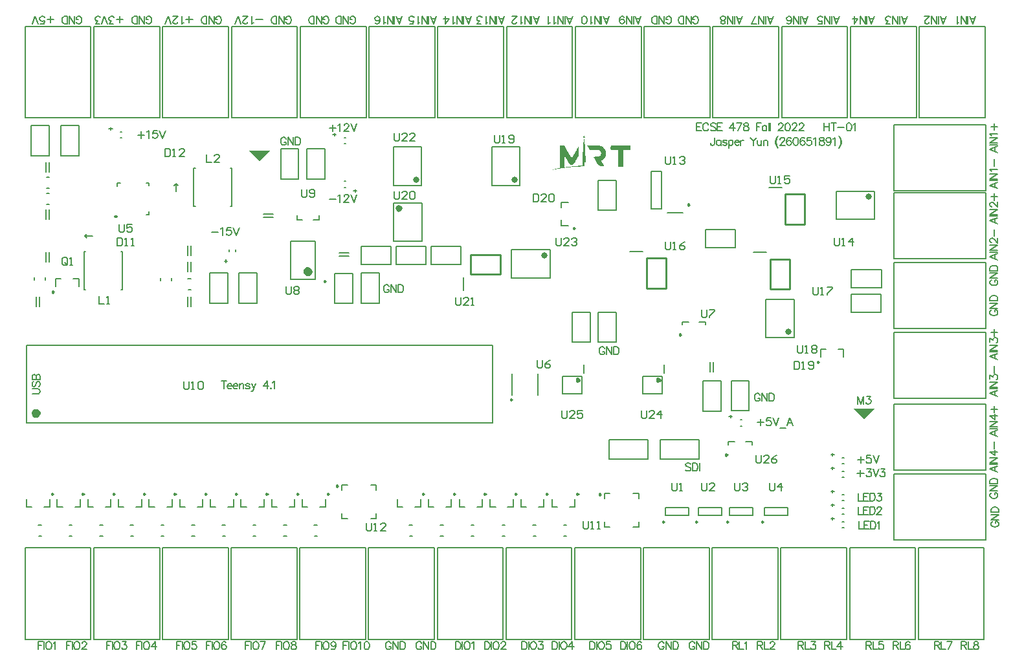
<source format=gto>
G04*
G04 #@! TF.GenerationSoftware,Altium Limited,Altium Designer,22.10.1 (41)*
G04*
G04 Layer_Color=65535*
%FSLAX25Y25*%
%MOIN*%
G70*
G04*
G04 #@! TF.SameCoordinates,B9BD54E3-EECD-4B20-9C05-BBB2DA08042D*
G04*
G04*
G04 #@! TF.FilePolarity,Positive*
G04*
G01*
G75*
%ADD10C,0.01968*%
%ADD11C,0.00984*%
%ADD12C,0.01500*%
%ADD13C,0.02362*%
%ADD14C,0.02500*%
%ADD15C,0.01181*%
%ADD16C,0.00700*%
%ADD17C,0.00787*%
%ADD18C,0.01000*%
%ADD19C,0.00600*%
%ADD20C,0.00800*%
G36*
X218500Y359000D02*
X224000Y353500D01*
X229500Y359000D01*
X218500D01*
D02*
G37*
G36*
X530000Y226000D02*
X535500Y220500D01*
X541000Y226000D01*
X530000D01*
D02*
G37*
G36*
X391251Y366560D02*
X391301Y366476D01*
X391352Y366376D01*
X391435Y366177D01*
X391468Y366076D01*
X391501Y365993D01*
X391518Y365943D01*
Y365927D01*
X391568Y365777D01*
X391585Y365660D01*
X391601Y365577D01*
X391618Y365510D01*
Y365477D01*
X391601Y365443D01*
Y365427D01*
X391585D01*
X391551Y365443D01*
X391518Y365460D01*
X391501D01*
X391401Y365510D01*
X391368Y365527D01*
X391352D01*
X391151Y365660D01*
X390952Y365527D01*
X390852Y365460D01*
X390802Y365427D01*
X390768Y365410D01*
X390752D01*
X390718Y365427D01*
X390702Y365460D01*
Y365493D01*
Y365510D01*
Y365560D01*
X390718Y365643D01*
X390768Y365793D01*
X390785Y365877D01*
X390802Y365927D01*
X390818Y365977D01*
Y365993D01*
X390868Y366126D01*
X390918Y366243D01*
X390952Y366326D01*
X390985Y366410D01*
X391018Y366460D01*
X391035Y366493D01*
X391052Y366526D01*
X391151Y366710D01*
X391251Y366560D01*
D02*
G37*
G36*
X397599Y361595D02*
X398449D01*
X398615Y361578D01*
X398748D01*
X398849Y361562D01*
X398915D01*
X398948Y361545D01*
X398965D01*
X399448Y361445D01*
X399865Y361295D01*
X400248Y361145D01*
X400564Y360995D01*
X400698Y360912D01*
X400814Y360845D01*
X400914Y360779D01*
X400998Y360729D01*
X401064Y360679D01*
X401114Y360645D01*
X401131Y360629D01*
X401148Y360612D01*
X401447Y360346D01*
X401681Y360046D01*
X401881Y359729D01*
X402047Y359446D01*
X402164Y359179D01*
X402197Y359063D01*
X402230Y358963D01*
X402264Y358896D01*
X402280Y358829D01*
X402297Y358796D01*
Y358779D01*
X402330Y358596D01*
X402364Y358413D01*
X402397Y358230D01*
X402414Y358063D01*
Y357913D01*
X402430Y357797D01*
Y357713D01*
Y357680D01*
Y357447D01*
Y357230D01*
X402414Y357030D01*
X402397Y356863D01*
Y356730D01*
X402380Y356630D01*
X402364Y356564D01*
Y356547D01*
X402280Y356230D01*
X402180Y355931D01*
X402047Y355664D01*
X401931Y355431D01*
X401814Y355247D01*
X401714Y355098D01*
X401647Y355014D01*
X401631Y354981D01*
X401414Y354748D01*
X401181Y354531D01*
X400964Y354348D01*
X400748Y354198D01*
X400564Y354081D01*
X400415Y353998D01*
X400315Y353948D01*
X400298Y353931D01*
X400281D01*
X400215Y353898D01*
X400148Y353865D01*
X400115Y353848D01*
X400098Y353831D01*
X400065Y353798D01*
X400048Y353781D01*
X400031D01*
X400048Y353765D01*
X400065Y353715D01*
X400098Y353631D01*
X400148Y353565D01*
X400181Y353482D01*
X400215Y353415D01*
X400231Y353365D01*
X400248Y353348D01*
X400431Y353032D01*
X400531Y352865D01*
X400614Y352715D01*
X400681Y352582D01*
X400748Y352482D01*
X400781Y352415D01*
X400798Y352399D01*
X400914Y352199D01*
X401014Y352015D01*
X401098Y351849D01*
X401181Y351699D01*
X401231Y351582D01*
X401281Y351499D01*
X401298Y351449D01*
X401314Y351432D01*
X401381Y351299D01*
X401447Y351199D01*
X401481Y351132D01*
X401497Y351082D01*
X401514Y351049D01*
X401531Y351032D01*
X400614D01*
X400464Y351049D01*
X400115D01*
X398698Y351066D01*
X398065Y352199D01*
X397966Y352382D01*
X397849Y352582D01*
X397749Y352782D01*
X397649Y352965D01*
X397549Y353132D01*
X397482Y353248D01*
X397432Y353332D01*
X397416Y353365D01*
X397282Y353615D01*
X397149Y353831D01*
X397032Y354031D01*
X396933Y354198D01*
X396866Y354348D01*
X396799Y354448D01*
X396766Y354515D01*
X396749Y354531D01*
X396066Y355714D01*
X397116Y355747D01*
X397466Y355764D01*
X397749Y355781D01*
X397982Y355797D01*
X398182Y355814D01*
X398315Y355831D01*
X398415D01*
X398482Y355847D01*
X398499D01*
X398798Y355931D01*
X398932Y355980D01*
X399048Y356031D01*
X399148Y356081D01*
X399232Y356131D01*
X399282Y356147D01*
X399298Y356164D01*
X399415Y356247D01*
X399532Y356330D01*
X399615Y356430D01*
X399681Y356530D01*
X399731Y356614D01*
X399765Y356680D01*
X399798Y356730D01*
Y356747D01*
X399848Y356897D01*
X399881Y357063D01*
X399898Y357230D01*
X399915Y357380D01*
Y357513D01*
Y357613D01*
Y357697D01*
Y357713D01*
X399898Y357946D01*
X399848Y358146D01*
X399798Y358313D01*
X399748Y358446D01*
X399698Y358546D01*
X399665Y358613D01*
X399632Y358663D01*
X399615Y358680D01*
X399498Y358796D01*
X399365Y358896D01*
X399065Y359046D01*
X398915Y359113D01*
X398798Y359146D01*
X398732Y359179D01*
X398698D01*
X398632Y359196D01*
X398532Y359229D01*
X398332Y359246D01*
X398232Y359263D01*
X397882D01*
X397599Y359279D01*
X396983D01*
X396699Y359296D01*
X396233D01*
X394034Y359329D01*
X393417Y360429D01*
X393217Y360745D01*
X393151Y360879D01*
X393084Y360995D01*
X393018Y361079D01*
X392984Y361145D01*
X392968Y361195D01*
X392951Y361212D01*
X392884Y361328D01*
X392851Y361412D01*
X392817Y361495D01*
X392784Y361528D01*
X392768Y361578D01*
Y361595D01*
X393950D01*
X394284Y361612D01*
X397466D01*
X397599Y361595D01*
D02*
G37*
G36*
X391185Y365077D02*
X391201Y365060D01*
X391218Y365027D01*
X391235Y364977D01*
X391268Y364810D01*
X391285Y364744D01*
X391301Y364677D01*
Y364627D01*
Y364610D01*
X391318Y364527D01*
Y364427D01*
X391352Y364177D01*
X391385Y363894D01*
X391418Y363611D01*
X391435Y363344D01*
X391451Y363228D01*
X391468Y363128D01*
Y363028D01*
X391485Y362961D01*
Y362928D01*
Y362911D01*
X391501Y362794D01*
X391518Y362678D01*
X391535Y362428D01*
Y362311D01*
X391551Y362228D01*
Y362161D01*
Y362145D01*
X391568Y362045D01*
Y361928D01*
X391585Y361778D01*
X391601Y361628D01*
X391618Y361295D01*
X391651Y360962D01*
X391668Y360645D01*
X391685Y360512D01*
Y360395D01*
Y360296D01*
X391701Y360212D01*
Y360162D01*
Y360145D01*
X391718Y359846D01*
X391735Y359496D01*
X391751Y359146D01*
X391768Y358813D01*
X391785Y358513D01*
Y358380D01*
Y358263D01*
X391801Y358180D01*
Y358113D01*
Y358063D01*
Y358046D01*
X391818Y357547D01*
X391851Y357063D01*
X391868Y356597D01*
X391885Y356181D01*
Y355997D01*
X391901Y355831D01*
Y355681D01*
X391918Y355547D01*
Y355447D01*
Y355381D01*
Y355331D01*
Y355314D01*
X391935Y354814D01*
X391968Y354331D01*
X391985Y353898D01*
X392001Y353532D01*
Y353365D01*
X392018Y353215D01*
Y353098D01*
X392035Y352982D01*
Y352898D01*
Y352832D01*
Y352799D01*
Y352782D01*
X392051Y352582D01*
Y352382D01*
Y352215D01*
X392068Y352065D01*
Y351799D01*
X392085Y351599D01*
Y351449D01*
Y351349D01*
Y351299D01*
Y351282D01*
Y351183D01*
Y351082D01*
X392068Y351016D01*
Y350949D01*
X392051Y350883D01*
X392035Y350866D01*
X392018Y350849D01*
X392001D01*
X391985Y350883D01*
Y350916D01*
X391968Y350999D01*
Y351016D01*
Y351032D01*
Y351066D01*
X391951Y351132D01*
Y351216D01*
Y351316D01*
X391935Y351416D01*
Y351482D01*
Y351549D01*
Y351566D01*
X391918Y351949D01*
Y352132D01*
X391901Y352315D01*
Y352465D01*
X391885Y352582D01*
Y352648D01*
Y352682D01*
X391868Y353198D01*
X391851Y353465D01*
Y353681D01*
X391835Y353881D01*
Y354048D01*
Y354148D01*
Y354165D01*
Y354181D01*
X391818Y354498D01*
Y354781D01*
X391801Y355064D01*
X391785Y355314D01*
Y355514D01*
X391768Y355681D01*
Y355781D01*
Y355797D01*
Y355814D01*
X391751Y356114D01*
Y356380D01*
X391735Y356630D01*
X391718Y356863D01*
Y357047D01*
X391701Y357180D01*
Y357263D01*
Y357297D01*
X391685Y357547D01*
X391668Y357763D01*
X391651Y357963D01*
Y358130D01*
Y358263D01*
X391635Y358346D01*
Y358413D01*
Y358430D01*
X391618Y358763D01*
X391601Y359079D01*
X391585Y359379D01*
X391568Y359679D01*
X391551Y359946D01*
X391535Y360179D01*
X391518Y360412D01*
X391501Y360612D01*
Y360795D01*
X391485Y360962D01*
X391468Y361095D01*
Y361212D01*
Y361312D01*
X391451Y361378D01*
Y361412D01*
Y361428D01*
X391418Y361845D01*
X391385Y362228D01*
X391368Y362545D01*
X391335Y362828D01*
X391318Y363061D01*
X391301Y363228D01*
Y363278D01*
X391285Y363328D01*
Y363294D01*
Y363228D01*
Y363161D01*
Y363094D01*
Y363044D01*
Y363028D01*
Y362844D01*
X391268Y362645D01*
Y362445D01*
Y362245D01*
X391251Y362061D01*
Y361912D01*
Y361811D01*
Y361795D01*
Y361778D01*
Y361462D01*
Y361128D01*
Y360795D01*
Y360495D01*
Y360212D01*
Y360112D01*
Y360012D01*
Y359929D01*
Y359862D01*
Y359829D01*
Y359812D01*
Y359379D01*
Y358929D01*
Y358513D01*
Y358130D01*
Y357946D01*
Y357797D01*
Y357646D01*
Y357530D01*
Y357430D01*
Y357363D01*
Y357313D01*
Y357297D01*
Y350816D01*
X390835Y350783D01*
X390752D01*
X390668Y350766D01*
X390452D01*
X390352Y350749D01*
X390185D01*
X389835Y350733D01*
X389519D01*
X389386Y350716D01*
X389202D01*
X388819Y350699D01*
X388636D01*
X388469Y350683D01*
X388336D01*
X388236Y350666D01*
X388136D01*
X387953Y350649D01*
X387786D01*
X387653Y350633D01*
X387536D01*
X387453Y350616D01*
X387336D01*
X386953Y350583D01*
X386620Y350566D01*
X386337Y350533D01*
X386104Y350516D01*
X385904Y350499D01*
X385770D01*
X385687Y350483D01*
X385654D01*
X385437Y350466D01*
X385254Y350449D01*
X385087Y350433D01*
X384954Y350416D01*
X384837D01*
X384771Y350399D01*
X384521D01*
X384321Y350383D01*
X384238Y350366D01*
X384171D01*
X384121Y350349D01*
X384104D01*
X383838Y350333D01*
X383721Y350316D01*
X383621Y350300D01*
X383538D01*
X383471Y350283D01*
X383405D01*
X383155Y350266D01*
X382922Y350250D01*
X382838Y350233D01*
X382772D01*
X382722Y350216D01*
X382705D01*
X382488Y350200D01*
X382338Y350183D01*
X382238Y350166D01*
X382205D01*
X382072Y350149D01*
X381922Y350133D01*
X381855Y350116D01*
X381789D01*
X381755Y350100D01*
X381739D01*
X381522Y350083D01*
X381339Y350066D01*
X381272Y350050D01*
X381172D01*
X380972Y350016D01*
X380806Y350000D01*
X380722Y349983D01*
X380672D01*
X380639Y349966D01*
X380622D01*
X380439Y349950D01*
X380323Y349933D01*
X380239Y349916D01*
X380223D01*
X380106Y349900D01*
X379989Y349883D01*
X379906Y349866D01*
X379873D01*
X379739Y349850D01*
X379640Y349833D01*
X379573Y349816D01*
X379539D01*
X379440Y349800D01*
X379323Y349783D01*
X379090Y349750D01*
X378973Y349733D01*
X378890Y349716D01*
X378823Y349700D01*
X378806D01*
X378623Y349666D01*
X378423Y349650D01*
X378223Y349616D01*
X378040Y349583D01*
X377890Y349550D01*
X377757Y349533D01*
X377674Y349517D01*
X377640D01*
X377507Y349500D01*
X377357Y349466D01*
X377041Y349400D01*
X376907Y349383D01*
X376791Y349350D01*
X376724Y349333D01*
X376691D01*
X376457Y349283D01*
X376257Y349250D01*
X376074Y349217D01*
X375908Y349167D01*
X375791Y349150D01*
X375691Y349117D01*
X375624Y349100D01*
X375608D01*
X375458Y349067D01*
X375341Y349050D01*
X375241Y349033D01*
X375175Y349017D01*
X375108D01*
X375075Y349000D01*
X374958D01*
X374925Y349017D01*
X374908Y349033D01*
Y349050D01*
X374925Y349067D01*
X374958Y349083D01*
X375058Y349133D01*
X375208Y349183D01*
X375375Y349233D01*
X375524Y349283D01*
X375674Y349333D01*
X375774Y349350D01*
X375791Y349366D01*
X375808D01*
X376141Y349450D01*
X376474Y349533D01*
X376791Y349600D01*
X377091Y349666D01*
X377340Y349716D01*
X377457Y349750D01*
X377540Y349766D01*
X377624Y349783D01*
X377674D01*
X377707Y349800D01*
X377724D01*
X377923Y349833D01*
X378090Y349866D01*
X378157D01*
X378207Y349883D01*
X378240D01*
X378323Y349900D01*
X378390Y349916D01*
X378490Y349933D01*
X378523Y349950D01*
X378540D01*
X378657Y349966D01*
Y355597D01*
Y356014D01*
Y356414D01*
Y356780D01*
Y357130D01*
Y357463D01*
Y357763D01*
Y358063D01*
Y358330D01*
Y358579D01*
Y358813D01*
Y359046D01*
Y359246D01*
Y359596D01*
X378673Y359896D01*
Y360145D01*
Y360346D01*
Y360512D01*
Y360629D01*
Y360712D01*
Y360762D01*
Y360795D01*
X378690Y361012D01*
X378723Y361195D01*
X378756Y361328D01*
X378790Y361428D01*
X378823Y361495D01*
X378856Y361528D01*
X378890Y361562D01*
X378923Y361578D01*
X378956D01*
X379073Y361595D01*
X379206D01*
X379440Y361612D01*
X380789D01*
X380956Y361445D01*
X381022Y361378D01*
X381106Y361278D01*
X381256Y361079D01*
X381306Y360979D01*
X381356Y360912D01*
X381389Y360845D01*
X381405Y360829D01*
X381472Y360729D01*
X381555Y360562D01*
X381672Y360379D01*
X381789Y360162D01*
X381939Y359929D01*
X382088Y359662D01*
X382388Y359129D01*
X382538Y358879D01*
X382688Y358629D01*
X382821Y358396D01*
X382938Y358196D01*
X383038Y358030D01*
X383105Y357896D01*
X383155Y357813D01*
X383171Y357780D01*
X383405Y357380D01*
X383605Y357014D01*
X383804Y356680D01*
X383954Y356397D01*
X384088Y356181D01*
X384188Y356014D01*
X384221Y355947D01*
X384254Y355897D01*
X384271Y355881D01*
Y355864D01*
X384354Y355731D01*
X384421Y355597D01*
X384554Y355397D01*
X384637Y355264D01*
X384704Y355164D01*
X384737Y355114D01*
X384754Y355081D01*
X384771Y355064D01*
X384804Y355081D01*
X384837Y355148D01*
X384904Y355247D01*
X384971Y355364D01*
X385037Y355464D01*
X385104Y355564D01*
X385137Y355631D01*
X385154Y355664D01*
X385237Y355814D01*
X385337Y355997D01*
X385471Y356214D01*
X385620Y356464D01*
X385770Y356730D01*
X385937Y357014D01*
X386270Y357597D01*
X386437Y357880D01*
X386587Y358146D01*
X386720Y358396D01*
X386853Y358613D01*
X386953Y358796D01*
X387036Y358929D01*
X387087Y359013D01*
X387103Y359046D01*
X387270Y359329D01*
X387420Y359579D01*
X387536Y359812D01*
X387653Y359996D01*
X387753Y360162D01*
X387820Y360279D01*
X387853Y360346D01*
X387870Y360379D01*
X387986Y360562D01*
X388069Y360712D01*
X388119Y360812D01*
X388169Y360895D01*
X388203Y360945D01*
X388219Y360962D01*
X388236Y360895D01*
Y360812D01*
Y360695D01*
X388253Y360595D01*
Y360495D01*
Y360445D01*
Y360412D01*
X388269Y360179D01*
Y359896D01*
X388286Y359612D01*
Y359313D01*
Y359063D01*
Y358946D01*
Y358846D01*
Y358763D01*
Y358696D01*
Y358663D01*
Y358646D01*
Y356214D01*
X388119Y355947D01*
X388019Y355781D01*
X387936Y355614D01*
X387820Y355431D01*
X387736Y355281D01*
X387653Y355131D01*
X387586Y355014D01*
X387536Y354948D01*
X387520Y354914D01*
X387386Y354681D01*
X387253Y354448D01*
X387137Y354231D01*
X387036Y354031D01*
X386937Y353881D01*
X386870Y353748D01*
X386820Y353681D01*
X386803Y353648D01*
X386670Y353432D01*
X386553Y353232D01*
X386453Y353048D01*
X386353Y352898D01*
X386287Y352765D01*
X386237Y352665D01*
X386204Y352599D01*
X386187Y352582D01*
X386104Y352432D01*
X386020Y352315D01*
X385970Y352232D01*
X385937Y352165D01*
X385904Y352115D01*
X385887Y352099D01*
X385870Y352082D01*
X385754Y351932D01*
X385620Y351832D01*
X385521Y351782D01*
X385504Y351766D01*
X385487D01*
X385387Y351732D01*
X385287Y351716D01*
X385054Y351699D01*
X384954Y351682D01*
X384621D01*
X384488Y351699D01*
X384371D01*
X384288Y351716D01*
X384204D01*
X384154Y351732D01*
X384121D01*
X383988Y351799D01*
X383871Y351899D01*
X383788Y351965D01*
X383754Y351999D01*
X383721Y352049D01*
X383654Y352132D01*
X383571Y352249D01*
X383505Y352382D01*
X383421Y352499D01*
X383355Y352615D01*
X383305Y352682D01*
X383288Y352715D01*
X383138Y352965D01*
X382988Y353232D01*
X382838Y353498D01*
X382705Y353731D01*
X382572Y353931D01*
X382488Y354098D01*
X382455Y354165D01*
X382422Y354215D01*
X382405Y354231D01*
Y354248D01*
X381189Y356347D01*
X381172Y353365D01*
Y352915D01*
Y352515D01*
Y352149D01*
Y351849D01*
Y351599D01*
Y351499D01*
Y351399D01*
Y351332D01*
Y351282D01*
Y351266D01*
Y351249D01*
Y351099D01*
Y350966D01*
Y350849D01*
X381189Y350749D01*
Y350583D01*
Y350483D01*
Y350416D01*
Y350383D01*
Y350366D01*
X381256D01*
X381372Y350383D01*
X381539D01*
X381672Y350399D01*
X381839Y350416D01*
X382189Y350466D01*
X382338Y350483D01*
X382455Y350499D01*
X382538Y350516D01*
X382572D01*
X382705Y350533D01*
X382855Y350549D01*
X382922D01*
X382972Y350566D01*
X383021D01*
X383238Y350599D01*
X383438Y350616D01*
X383505D01*
X383571Y350633D01*
X383621D01*
X383838Y350649D01*
X384038Y350666D01*
X384121D01*
X384188Y350683D01*
X384238D01*
X384454Y350716D01*
X384621Y350733D01*
X384704Y350749D01*
X384737D01*
X384904Y350766D01*
X385104Y350783D01*
X385171D01*
X385237Y350799D01*
X385304D01*
X385570Y350833D01*
X385670Y350849D01*
X385770D01*
X385854Y350866D01*
X385970D01*
X386220Y350899D01*
X386453Y350916D01*
X386553D01*
X386620Y350933D01*
X386687D01*
X386820Y350949D01*
X386937Y350966D01*
X387036Y350982D01*
X387120D01*
X387187Y350999D01*
X387270D01*
X387353Y351016D01*
X387453D01*
X387653Y351032D01*
X387753Y351049D01*
X387886D01*
X388186Y351082D01*
X388319D01*
X388436Y351099D01*
X388536D01*
X388603Y351116D01*
X388669D01*
X388952Y351149D01*
X389069D01*
X389186Y351166D01*
X389286D01*
X389352Y351183D01*
X389419D01*
X389552Y351199D01*
X389652D01*
X389735Y351216D01*
X389919D01*
X390002Y351232D01*
X390069Y351249D01*
X390152Y351266D01*
X390185Y351282D01*
X390202D01*
X390235Y351316D01*
X390252Y351349D01*
Y351399D01*
Y351416D01*
Y351482D01*
Y351582D01*
X390269Y351799D01*
Y352065D01*
X390285Y352332D01*
Y352582D01*
X390302Y352782D01*
Y352865D01*
Y352932D01*
Y352965D01*
Y352982D01*
X390318Y353448D01*
X390335Y353915D01*
X390369Y354364D01*
X390385Y354781D01*
Y354964D01*
X390402Y355131D01*
Y355281D01*
Y355397D01*
X390419Y355514D01*
Y355581D01*
Y355631D01*
Y355647D01*
X390452Y356181D01*
X390469Y356697D01*
X390485Y357163D01*
X390502Y357380D01*
X390518Y357597D01*
Y357780D01*
X390535Y357946D01*
Y358096D01*
Y358213D01*
X390552Y358313D01*
Y358380D01*
Y358430D01*
Y358446D01*
X390568Y358680D01*
Y358913D01*
X390585Y359113D01*
Y359313D01*
X390602Y359479D01*
Y359629D01*
X390618Y359896D01*
Y360096D01*
X390635Y360229D01*
Y360312D01*
Y360346D01*
X390668Y360729D01*
X390702Y361095D01*
X390718Y361428D01*
X390735Y361728D01*
X390768Y361978D01*
Y362078D01*
Y362161D01*
X390785Y362228D01*
Y362295D01*
Y362311D01*
Y362328D01*
X390802Y362661D01*
X390835Y362928D01*
X390852Y363144D01*
X390868Y363311D01*
X390885Y363444D01*
X390902Y363527D01*
Y363578D01*
Y363594D01*
X390918Y363877D01*
X390952Y364111D01*
X390968Y364311D01*
X390985Y364460D01*
X391002Y364577D01*
X391018Y364644D01*
Y364694D01*
Y364710D01*
X391035Y364810D01*
X391052Y364894D01*
X391068Y364960D01*
X391085Y365010D01*
X391118Y365044D01*
Y365060D01*
X391151Y365094D01*
X391168D01*
X391185Y365077D01*
D02*
G37*
G36*
X414942Y361462D02*
X415092Y361312D01*
Y359612D01*
X414775Y359329D01*
X411243Y359279D01*
Y350533D01*
X410660Y350583D01*
X410477Y350599D01*
X410211D01*
X410111Y350616D01*
X410044D01*
X410011Y350633D01*
X409961D01*
X409877Y350649D01*
X409761D01*
X409611Y350666D01*
X409328D01*
X408728Y350716D01*
Y359296D01*
X405979D01*
X405796Y359313D01*
X405496D01*
X405329Y359329D01*
X405213Y359363D01*
X405146Y359379D01*
X405129Y359396D01*
X405029Y359479D01*
X404996Y359496D01*
X404979Y359512D01*
X404929Y359596D01*
X404913Y359612D01*
X404896Y359696D01*
X404879Y359812D01*
Y359946D01*
X404863Y360112D01*
Y360245D01*
Y360379D01*
Y360462D01*
Y360495D01*
Y360762D01*
X404879Y360962D01*
X404896Y361112D01*
Y361228D01*
X404913Y361295D01*
X404929Y361345D01*
Y361378D01*
X404946Y361412D01*
X404979Y361445D01*
X404996Y361462D01*
X405013Y361478D01*
X405113Y361562D01*
X405146Y361595D01*
X405163D01*
X405229Y361612D01*
X405346Y361628D01*
X405479D01*
X405629Y361645D01*
X414792D01*
X414942Y361462D01*
D02*
G37*
D10*
X497126Y265443D02*
X496419Y266150D01*
X495712Y265443D01*
X496419Y264736D01*
X497126Y265443D01*
X538543Y335100D02*
X537836Y335807D01*
X537129Y335100D01*
X537836Y334393D01*
X538543Y335100D01*
X371464Y304919D02*
X370757Y305626D01*
X370050Y304919D01*
X370757Y304212D01*
X371464Y304919D01*
X356007Y343943D02*
X355300Y344650D01*
X354593Y343943D01*
X355300Y343236D01*
X356007Y343943D01*
X296588Y329057D02*
X295881Y329764D01*
X295174Y329057D01*
X295881Y328350D01*
X296588Y329057D01*
X305426Y343943D02*
X304719Y344650D01*
X304012Y343943D01*
X304719Y343236D01*
X305426Y343943D01*
D11*
X353992Y230500D02*
X353254Y230926D01*
Y230074D01*
X353992Y230500D01*
X386429Y318957D02*
X385691Y319383D01*
Y318531D01*
X386429Y318957D01*
X483405Y167489D02*
X482667Y167915D01*
Y167062D01*
X483405Y167489D01*
X465405D02*
X464667Y167915D01*
Y167062D01*
X465405Y167489D01*
X449405D02*
X448667Y167915D01*
Y167062D01*
X449405Y167489D01*
X432405D02*
X431667Y167915D01*
Y167062D01*
X432405Y167489D01*
X464906Y202126D02*
X464167Y202552D01*
Y201700D01*
X464906Y202126D01*
X441185Y264039D02*
X440447Y264466D01*
Y263613D01*
X441185Y264039D01*
X512043Y249925D02*
X511305Y250352D01*
Y249499D01*
X512043Y249925D01*
X264444Y186006D02*
X263706Y186433D01*
Y185580D01*
X264444Y186006D01*
X399673Y181669D02*
X398935Y182096D01*
Y181243D01*
X399673Y181669D01*
X445518Y331000D02*
X444780Y331426D01*
Y330574D01*
X445518Y331000D01*
X257992Y291555D02*
X257254Y291981D01*
Y291129D01*
X257992Y291555D01*
X118208Y286063D02*
X117470Y286490D01*
Y285637D01*
X118208Y286063D01*
X165109Y181937D02*
X164371Y182363D01*
Y181510D01*
X165109Y181937D01*
X180887D02*
X180149Y182363D01*
Y181510D01*
X180887Y181937D01*
X196665D02*
X195927Y182363D01*
Y181510D01*
X196665Y181937D01*
X212442D02*
X211704Y182363D01*
Y181510D01*
X212442Y181937D01*
X228220D02*
X227482Y182363D01*
Y181510D01*
X228220Y181937D01*
X243998D02*
X243260Y182363D01*
Y181510D01*
X243998Y181937D01*
X259776D02*
X259038Y182363D01*
Y181510D01*
X259776Y181937D01*
X388276D02*
X387538Y182363D01*
Y181510D01*
X388276Y181937D01*
X308776D02*
X308038Y182363D01*
Y181510D01*
X308776Y181937D01*
X117776D02*
X117038Y182363D01*
Y181510D01*
X117776Y181937D01*
X324676D02*
X323938Y182363D01*
Y181510D01*
X324676Y181937D01*
X133554D02*
X132816Y182363D01*
Y181510D01*
X133554Y181937D01*
X340576D02*
X339838Y182363D01*
Y181510D01*
X340576Y181937D01*
X149331D02*
X148593Y182363D01*
Y181510D01*
X149331Y181937D01*
X356476D02*
X355738Y182363D01*
Y181510D01*
X356476Y181937D01*
X372376D02*
X371638Y182363D01*
Y181510D01*
X372376Y181937D01*
D12*
X388437Y240661D02*
X387687Y241094D01*
Y240228D01*
X388437Y240661D01*
X429937D02*
X429187Y241094D01*
Y240228D01*
X429937Y240661D01*
D13*
X249921Y296595D02*
X249477Y297518D01*
X248477Y297746D01*
X247676Y297107D01*
Y296082D01*
X248477Y295443D01*
X249477Y295671D01*
X249921Y296595D01*
D14*
X110000Y223500D02*
X109500Y224366D01*
X108500D01*
X108000Y223500D01*
X108500Y222634D01*
X109500D01*
X110000Y223500D01*
D15*
X150441Y325020D02*
X149653D01*
X150441D01*
D16*
X434000Y327000D02*
X442000D01*
X181000Y338000D02*
Y342000D01*
X182000Y341000D01*
X181000Y342000D02*
X182000Y341000D01*
X180000D02*
X181000Y342000D01*
X134000Y315000D02*
X135000Y314000D01*
X134000Y315000D02*
X135000Y316000D01*
X134000Y315000D02*
X135000Y316000D01*
X134000Y315000D02*
X138000D01*
X478498Y306524D02*
X485153D01*
X114200Y348000D02*
Y353000D01*
X115800Y348000D02*
Y353000D01*
X188800Y278500D02*
Y283500D01*
X187200Y278500D02*
Y283500D01*
X110800Y278500D02*
Y283500D01*
X109200Y278500D02*
Y283500D01*
X390937Y244161D02*
Y248661D01*
X379937Y233661D02*
X389937D01*
X379937D02*
Y234661D01*
Y242661D01*
X389937D01*
Y233661D02*
Y242661D01*
X432437Y244161D02*
Y248661D01*
X421437Y233661D02*
X431437D01*
X421437D02*
Y234661D01*
Y242661D01*
X431437D01*
Y233661D02*
Y242661D01*
X486238Y340024D02*
X492894D01*
X414868Y307024D02*
X421524D01*
X329176Y286868D02*
Y293524D01*
X104000Y218500D02*
X344000Y218500D01*
Y258500D01*
X104000Y218500D02*
Y258500D01*
Y258500D02*
X344000Y258500D01*
X103295Y106806D02*
X137190D01*
X103290Y106800D02*
X103295Y106806D01*
X103290Y106800D02*
Y154100D01*
X137190D01*
Y106806D02*
Y154100D01*
X550742Y372190D02*
X598037D01*
X550742Y338290D02*
Y372190D01*
Y338290D02*
X598042D01*
X598037Y338295D02*
X598042Y338290D01*
X598037Y338295D02*
Y372190D01*
X563810Y423037D02*
X597705D01*
X597710Y423042D01*
Y375743D02*
Y423042D01*
X563810Y375743D02*
X597710D01*
X563810D02*
Y423037D01*
X491036Y106806D02*
Y154100D01*
X457136D02*
X491036D01*
X457136Y106800D02*
Y154100D01*
Y106800D02*
X457141Y106806D01*
X491036D01*
X349497D02*
Y154100D01*
X315597D02*
X349497D01*
X315597Y106800D02*
Y154100D01*
Y106800D02*
X315603Y106806D01*
X349497D01*
X598037Y303295D02*
Y337190D01*
Y303295D02*
X598042Y303290D01*
X550742D02*
X598042D01*
X550742D02*
Y337190D01*
X598037D01*
X528386Y375743D02*
Y423037D01*
Y375743D02*
X562286D01*
Y423042D01*
X562280Y423037D02*
X562286Y423042D01*
X528386Y423037D02*
X562280D01*
X492526Y106806D02*
X526420D01*
X492521Y106800D02*
X492526Y106806D01*
X492521Y106800D02*
Y154100D01*
X526420D01*
Y106806D02*
Y154100D01*
X172574Y106806D02*
Y154100D01*
X138674D02*
X172574D01*
X138674Y106800D02*
Y154100D01*
Y106800D02*
X138680Y106806D01*
X172574D01*
X350988D02*
X384882D01*
X350982Y106800D02*
X350988Y106806D01*
X350982Y106800D02*
Y154100D01*
X384882D01*
Y106806D02*
Y154100D01*
X550742Y265190D02*
X598037D01*
X550742Y231290D02*
Y265190D01*
Y231290D02*
X598042D01*
X598037Y231295D02*
X598042Y231290D01*
X598037Y231295D02*
Y265190D01*
X492961Y423037D02*
X526855D01*
X526861Y423042D01*
Y375743D02*
Y423042D01*
X492961Y375743D02*
X526861D01*
X492961D02*
Y423037D01*
X561805Y106806D02*
Y154100D01*
X527905D02*
X561805D01*
X527905Y106800D02*
Y154100D01*
Y106800D02*
X527911Y106806D01*
X561805D01*
X174065D02*
X207959D01*
X174059Y106800D02*
X174065Y106806D01*
X174059Y106800D02*
Y154100D01*
X207959D01*
Y106806D02*
Y154100D01*
X420267Y106806D02*
Y154100D01*
X386367D02*
X420267D01*
X386367Y106800D02*
Y154100D01*
Y106800D02*
X386372Y106806D01*
X420267D01*
X598037Y194295D02*
Y228190D01*
Y194295D02*
X598042Y194290D01*
X550742D02*
X598042D01*
X550742D02*
Y228190D01*
X598037D01*
X457536Y375743D02*
Y423037D01*
Y375743D02*
X491436D01*
Y423042D01*
X491431Y423037D02*
X491436Y423042D01*
X457536Y423037D02*
X491431D01*
X563295Y106806D02*
X597190D01*
X563290Y106800D02*
X563295Y106806D01*
X563290Y106800D02*
Y154100D01*
X597190D01*
Y106806D02*
Y154100D01*
X243344Y106806D02*
Y154100D01*
X209444D02*
X243344D01*
X209444Y106800D02*
Y154100D01*
Y106800D02*
X209449Y106806D01*
X243344D01*
X598037Y267295D02*
Y301190D01*
Y267295D02*
X598042Y267290D01*
X550742D02*
X598042D01*
X550742D02*
Y301190D01*
X598037D01*
X244988Y375743D02*
Y423037D01*
Y375743D02*
X278888D01*
Y423042D01*
X278883Y423037D02*
X278888Y423042D01*
X244988Y423037D02*
X278883D01*
X422112D02*
X456006D01*
X456012Y423042D01*
Y375743D02*
Y423042D01*
X422112Y375743D02*
X456012D01*
X422112D02*
Y423037D01*
X386687Y375743D02*
Y423037D01*
Y375743D02*
X420587D01*
Y423042D01*
X420581Y423037D02*
X420587Y423042D01*
X386687Y423037D02*
X420581D01*
X421757Y106806D02*
X455651D01*
X421751Y106800D02*
X421757Y106806D01*
X421751Y106800D02*
Y154100D01*
X455651D01*
Y106806D02*
Y154100D01*
X278728Y106806D02*
Y154100D01*
X244828D02*
X278728D01*
X244828Y106800D02*
Y154100D01*
Y106800D02*
X244834Y106806D01*
X278728D01*
X351262Y423037D02*
X385157D01*
X385162Y423042D01*
Y375743D02*
Y423042D01*
X351262Y375743D02*
X385162D01*
X351262D02*
Y423037D01*
X314113Y106806D02*
Y154100D01*
X280213D02*
X314113D01*
X280213Y106800D02*
Y154100D01*
Y106800D02*
X280218Y106806D01*
X314113D01*
X315838Y423037D02*
X349732D01*
X349738Y423042D01*
Y375743D02*
Y423042D01*
X315838Y375743D02*
X349738D01*
X315838D02*
Y423037D01*
X280413Y375743D02*
Y423037D01*
Y375743D02*
X314313D01*
Y423042D01*
X314307Y423037D02*
X314313Y423042D01*
X280413Y423037D02*
X314307D01*
X598037Y158185D02*
Y192079D01*
Y158185D02*
X598042Y158179D01*
X550742D02*
X598042D01*
X550742D02*
Y192079D01*
X598037D01*
X103290Y423037D02*
X137184D01*
X137190Y423042D01*
Y375743D02*
Y423042D01*
X103290Y375743D02*
X137190D01*
X103290D02*
Y423037D01*
X174139Y375743D02*
Y423037D01*
Y375743D02*
X208039D01*
Y423042D01*
X208034Y423037D02*
X208039Y423042D01*
X174139Y423037D02*
X208034D01*
X209564D02*
X243458D01*
X243464Y423042D01*
Y375743D02*
Y423042D01*
X209564Y375743D02*
X243464D01*
X209564D02*
Y423037D01*
X138714Y375743D02*
Y423037D01*
Y375743D02*
X172614D01*
Y423042D01*
X172609Y423037D02*
X172614Y423042D01*
X138714Y423037D02*
X172609D01*
X188800Y296500D02*
Y301500D01*
X187200Y296500D02*
Y301500D01*
X188800Y305000D02*
Y310000D01*
X187200Y305000D02*
Y310000D01*
X114200Y323500D02*
Y328500D01*
X115800Y323500D02*
Y328500D01*
X114200Y301500D02*
Y306500D01*
X115800Y301500D02*
Y306500D01*
X226000Y326300D02*
X231000D01*
X226000Y324700D02*
X231000D01*
X265000Y304700D02*
X270000D01*
X265000Y306300D02*
X270000D01*
X457800Y245000D02*
Y250000D01*
X456200Y245000D02*
Y250000D01*
D17*
X528800Y288300D02*
Y297600D01*
Y288300D02*
X544300D01*
Y297600D01*
X528800D02*
X544300D01*
X544200Y275600D02*
Y284900D01*
X528700D02*
X544200D01*
X528700Y275600D02*
Y284900D01*
Y275600D02*
X544200D01*
X469200Y308900D02*
Y318200D01*
X453700D02*
X469200D01*
X453700Y308900D02*
Y318200D01*
Y308900D02*
X469200D01*
X354047Y233018D02*
Y244041D01*
X367433Y233018D02*
Y244041D01*
X379244Y329390D02*
Y332146D01*
X383181D01*
X379244Y320335D02*
Y323091D01*
Y320335D02*
X383181D01*
X483897Y171032D02*
Y174969D01*
X496102Y171032D02*
Y174969D01*
X483897Y171032D02*
X496102D01*
X483897Y174969D02*
X496102D01*
X465897Y171032D02*
Y174969D01*
X478102Y171032D02*
Y174969D01*
X465897Y171032D02*
X478102D01*
X465897Y174969D02*
X478102D01*
X449897Y171032D02*
Y174969D01*
X462102Y171032D02*
Y174969D01*
X449897Y171032D02*
X462102D01*
X449897Y174969D02*
X462102D01*
X432897Y171032D02*
Y174969D01*
X445102Y171032D02*
Y174969D01*
X432897Y171032D02*
X445102D01*
X432897Y174969D02*
X445102D01*
X465398Y207244D02*
Y208819D01*
X468744D01*
X477602Y207244D02*
Y208819D01*
X474256D02*
X477602D01*
X441874Y269354D02*
Y270535D01*
X445024D01*
X453685Y269354D02*
Y270535D01*
X450535D02*
X453685D01*
X512929Y252681D02*
Y256618D01*
X515685D01*
X524740Y252681D02*
Y256618D01*
X521984D02*
X524740D01*
X281275Y186597D02*
X284031D01*
Y183841D02*
Y186597D01*
X281275Y169077D02*
X284031D01*
Y171833D01*
X266511Y169077D02*
X269267D01*
X266511D02*
Y171833D01*
Y186597D02*
X269267D01*
X266511Y183841D02*
Y186597D01*
X416504Y182260D02*
X419260D01*
Y179504D02*
Y182260D01*
X416504Y164740D02*
X419260D01*
Y167496D01*
X401740Y164740D02*
X404496D01*
X401740D02*
Y167496D01*
Y182260D02*
X404496D01*
X401740Y179504D02*
Y182260D01*
X431171Y328844D02*
Y348155D01*
X425824D02*
X431171D01*
X425824Y328844D02*
Y348155D01*
Y328844D02*
X431171D01*
X243252Y323123D02*
Y325682D01*
Y323123D02*
X246126D01*
X254748D02*
Y325682D01*
X251874Y323123D02*
X254748D01*
X252677Y292657D02*
Y312343D01*
X240079Y292657D02*
Y312343D01*
Y292657D02*
X252677D01*
X240079Y312343D02*
X252677D01*
X119094Y288819D02*
Y292756D01*
X121850D01*
X130905Y288819D02*
Y292756D01*
X128149D02*
X130905D01*
X151428Y175244D02*
X154184D01*
X151428D02*
Y179181D01*
X160483Y175244D02*
X163239D01*
Y179181D01*
X167206Y175244D02*
X169962D01*
X167206D02*
Y179181D01*
X176261Y175244D02*
X179017D01*
Y179181D01*
X182984Y175244D02*
X185740D01*
X182984D02*
Y179181D01*
X192039Y175244D02*
X194795D01*
Y179181D01*
X198761Y175244D02*
X201517D01*
X198761D02*
Y179181D01*
X207817Y175244D02*
X210572D01*
Y179181D01*
X214539Y175244D02*
X217295D01*
X214539D02*
Y179181D01*
X223594Y175244D02*
X226350D01*
Y179181D01*
X230317Y175244D02*
X233073D01*
X230317D02*
Y179181D01*
X239372Y175244D02*
X242128D01*
Y179181D01*
X246095Y175244D02*
X248851D01*
X246095D02*
Y179181D01*
X255150Y175244D02*
X257906D01*
Y179181D01*
X407600Y328200D02*
Y343700D01*
X398300Y328200D02*
X407600D01*
X398300D02*
Y343700D01*
X407600D01*
X386406Y175244D02*
Y179181D01*
X383650Y175244D02*
X386406D01*
X374595D02*
Y179181D01*
Y175244D02*
X377351D01*
X306906D02*
Y179181D01*
X304150Y175244D02*
X306906D01*
X295095D02*
Y179181D01*
Y175244D02*
X297851D01*
X115906D02*
Y179181D01*
X113150Y175244D02*
X115906D01*
X104095D02*
Y179181D01*
Y175244D02*
X106851D01*
X322806D02*
Y179181D01*
X320050Y175244D02*
X322806D01*
X310995D02*
Y179181D01*
Y175244D02*
X313751D01*
X131684D02*
Y179181D01*
X128928Y175244D02*
X131684D01*
X119873D02*
Y179181D01*
Y175244D02*
X122628D01*
X338706D02*
Y179181D01*
X335950Y175244D02*
X338706D01*
X326895D02*
Y179181D01*
Y175244D02*
X329651D01*
X147461D02*
Y179181D01*
X144705Y175244D02*
X147461D01*
X135650D02*
Y179181D01*
Y175244D02*
X138406D01*
X354606D02*
Y179181D01*
X351850Y175244D02*
X354606D01*
X342795D02*
Y179181D01*
Y175244D02*
X345551D01*
X370506D02*
Y179181D01*
X367750Y175244D02*
X370506D01*
X358695D02*
Y179181D01*
Y175244D02*
X361451D01*
X198400Y280300D02*
X207700D01*
Y295800D01*
X198400D02*
X207700D01*
X198400Y280300D02*
Y295800D01*
X106400Y356300D02*
X115700D01*
Y371800D01*
X106400D02*
X115700D01*
X106400Y356300D02*
Y371800D01*
X213300Y280300D02*
X222600D01*
Y295800D01*
X213300D02*
X222600D01*
X213300Y280300D02*
Y295800D01*
X121700Y356300D02*
X131000D01*
Y371800D01*
X121700D02*
X131000D01*
X121700Y356300D02*
Y371800D01*
X262850Y295700D02*
X272150D01*
X262850Y280200D02*
Y295700D01*
Y280200D02*
X272150D01*
Y295700D01*
X248400Y344300D02*
X257700D01*
Y359800D01*
X248400D02*
X257700D01*
X248400Y344300D02*
Y359800D01*
X276400Y280300D02*
X285700D01*
Y295800D01*
X276400D02*
X285700D01*
X276400Y280300D02*
Y295800D01*
X234900Y344300D02*
X244200D01*
Y359800D01*
X234900D02*
X244200D01*
X234900Y344300D02*
Y359800D01*
X385100Y275700D02*
X394400D01*
X385100Y260200D02*
Y275700D01*
Y260200D02*
X394400D01*
Y275700D01*
X452300Y240200D02*
X461600D01*
X452300Y224700D02*
Y240200D01*
Y224700D02*
X461600D01*
Y240200D01*
X398300Y275700D02*
X407600D01*
X398300Y260200D02*
Y275700D01*
Y260200D02*
X407600D01*
Y275700D01*
X466900Y224800D02*
X476200D01*
Y240300D01*
X466900D02*
X476200D01*
X466900Y224800D02*
Y240300D01*
X312300Y300300D02*
Y309600D01*
Y300300D02*
X327800D01*
Y309600D01*
X312300D02*
X327800D01*
X276300Y300300D02*
Y309600D01*
Y300300D02*
X291800D01*
Y309600D01*
X276300D02*
X291800D01*
X294300Y300300D02*
Y309600D01*
Y300300D02*
X309800D01*
Y309600D01*
X294300D02*
X309800D01*
X450500Y200000D02*
Y210000D01*
X430500Y200000D02*
X450500D01*
X430500D02*
Y210000D01*
X450500D01*
X424000Y200000D02*
Y210000D01*
X404000Y200000D02*
X424000D01*
X404000D02*
Y210000D01*
X424000D01*
D18*
X487000Y303000D02*
X497000D01*
X487000Y287500D02*
Y303000D01*
Y287500D02*
X497000D01*
Y303000D01*
X504740Y321000D02*
Y336500D01*
X494740Y321000D02*
X504740D01*
X494740D02*
Y336500D01*
X504740D01*
X433370Y288000D02*
Y303500D01*
X423370Y288000D02*
X433370D01*
X423370D02*
Y303500D01*
X433370D01*
X332700Y295370D02*
Y305370D01*
Y295370D02*
X348200D01*
Y305370D01*
X332700D02*
X348200D01*
D19*
X484719Y262543D02*
X499219D01*
Y282359D01*
X484719D02*
X499219D01*
X484719Y262543D02*
Y282359D01*
X520921Y323400D02*
X540736D01*
X520921D02*
Y337900D01*
X540736D01*
Y323400D02*
Y337900D01*
X373657Y293219D02*
Y307719D01*
X353841D02*
X373657D01*
X353841Y293219D02*
Y307719D01*
Y293219D02*
X373657D01*
X343600Y341043D02*
X358100D01*
Y360859D01*
X343600D02*
X358100D01*
X343600Y341043D02*
Y360859D01*
X293081Y331957D02*
X307581D01*
X293081Y312141D02*
Y331957D01*
Y312141D02*
X307581D01*
Y331957D01*
X293019Y341043D02*
X307519D01*
Y360859D01*
X293019D02*
X307519D01*
X293019Y341043D02*
Y360859D01*
X133658Y287158D02*
Y306842D01*
X134445D01*
X133658Y287158D02*
X134445D01*
X152555D02*
X153342D01*
Y306842D01*
X152555D02*
X153342D01*
X190157Y330157D02*
Y349843D01*
X190945D01*
X190157Y330157D02*
X190945D01*
X209055D02*
X209842D01*
Y349843D01*
X209055D02*
X209842D01*
X267600Y339900D02*
X268400D01*
X267600Y343100D02*
X268400D01*
X267600Y365600D02*
X268400D01*
X267600Y362400D02*
X268400D01*
X524112Y190400D02*
X524912D01*
X524112Y193600D02*
X524912D01*
X471600Y216900D02*
X472400D01*
X471600Y220100D02*
X472400D01*
X524112Y197400D02*
X524912D01*
X524112Y200600D02*
X524912D01*
X152356Y365400D02*
X153156D01*
X152356Y368600D02*
X153156D01*
X211600Y307000D02*
Y307800D01*
X208400Y307000D02*
Y307800D01*
X524112Y164400D02*
X524912D01*
X524112Y167600D02*
X524912D01*
X524112Y171400D02*
X524912D01*
X524112Y174600D02*
X524912D01*
X524112Y178400D02*
X524912D01*
X524112Y181600D02*
X524912D01*
X479668Y201999D02*
Y198667D01*
X480335Y198001D01*
X481668D01*
X482334Y198667D01*
Y201999D01*
X486333Y198001D02*
X483667D01*
X486333Y200666D01*
Y201333D01*
X485666Y201999D01*
X484334D01*
X483667Y201333D01*
X490332Y201999D02*
X488999Y201333D01*
X487666Y200000D01*
Y198667D01*
X488332Y198001D01*
X489665D01*
X490332Y198667D01*
Y199334D01*
X489665Y200000D01*
X487666D01*
X379668Y224999D02*
Y221667D01*
X380335Y221001D01*
X381668D01*
X382334Y221667D01*
Y224999D01*
X386333Y221001D02*
X383667D01*
X386333Y223666D01*
Y224333D01*
X385666Y224999D01*
X384334D01*
X383667Y224333D01*
X390332Y224999D02*
X387666D01*
Y223000D01*
X388999Y223666D01*
X389665D01*
X390332Y223000D01*
Y221667D01*
X389665Y221001D01*
X388332D01*
X387666Y221667D01*
X420668Y224999D02*
Y221667D01*
X421335Y221001D01*
X422668D01*
X423334Y221667D01*
Y224999D01*
X427333Y221001D02*
X424667D01*
X427333Y223666D01*
Y224333D01*
X426666Y224999D01*
X425334D01*
X424667Y224333D01*
X430665Y221001D02*
Y224999D01*
X428666Y223000D01*
X431332D01*
X376668Y313999D02*
Y310667D01*
X377335Y310001D01*
X378668D01*
X379334Y310667D01*
Y313999D01*
X383333Y310001D02*
X380667D01*
X383333Y312666D01*
Y313333D01*
X382666Y313999D01*
X381334D01*
X380667Y313333D01*
X384666D02*
X385332Y313999D01*
X386665D01*
X387332Y313333D01*
Y312666D01*
X386665Y312000D01*
X385999D01*
X386665D01*
X387332Y311334D01*
Y310667D01*
X386665Y310001D01*
X385332D01*
X384666Y310667D01*
X293268Y367999D02*
Y364667D01*
X293935Y364001D01*
X295268D01*
X295934Y364667D01*
Y367999D01*
X299933Y364001D02*
X297267D01*
X299933Y366666D01*
Y367333D01*
X299266Y367999D01*
X297934D01*
X297267Y367333D01*
X303932Y364001D02*
X301266D01*
X303932Y366666D01*
Y367333D01*
X303265Y367999D01*
X301932D01*
X301266Y367333D01*
X324935Y283099D02*
Y279767D01*
X325601Y279101D01*
X326934D01*
X327601Y279767D01*
Y283099D01*
X331599Y279101D02*
X328934D01*
X331599Y281766D01*
Y282433D01*
X330933Y283099D01*
X329600D01*
X328934Y282433D01*
X332932Y279101D02*
X334265D01*
X333599D01*
Y283099D01*
X332932Y282433D01*
X293268Y337999D02*
Y334667D01*
X293935Y334001D01*
X295268D01*
X295934Y334667D01*
Y337999D01*
X299933Y334001D02*
X297267D01*
X299933Y336666D01*
Y337333D01*
X299266Y337999D01*
X297934D01*
X297267Y337333D01*
X301266D02*
X301932Y337999D01*
X303265D01*
X303932Y337333D01*
Y334667D01*
X303265Y334001D01*
X301932D01*
X301266Y334667D01*
Y337333D01*
X345002Y366999D02*
Y363667D01*
X345668Y363001D01*
X347001D01*
X347667Y363667D01*
Y366999D01*
X349000Y363001D02*
X350333D01*
X349667D01*
Y366999D01*
X349000Y366333D01*
X352333Y363667D02*
X352999Y363001D01*
X354332D01*
X354998Y363667D01*
Y366333D01*
X354332Y366999D01*
X352999D01*
X352333Y366333D01*
Y365666D01*
X352999Y365000D01*
X354998D01*
X501002Y258499D02*
Y255167D01*
X501668Y254501D01*
X503001D01*
X503667Y255167D01*
Y258499D01*
X505000Y254501D02*
X506333D01*
X505667D01*
Y258499D01*
X505000Y257833D01*
X508333D02*
X508999Y258499D01*
X510332D01*
X510998Y257833D01*
Y257166D01*
X510332Y256500D01*
X510998Y255834D01*
Y255167D01*
X510332Y254501D01*
X508999D01*
X508333Y255167D01*
Y255834D01*
X508999Y256500D01*
X508333Y257166D01*
Y257833D01*
X508999Y256500D02*
X510332D01*
X509002Y288499D02*
Y285167D01*
X509668Y284501D01*
X511001D01*
X511667Y285167D01*
Y288499D01*
X513000Y284501D02*
X514333D01*
X513667D01*
Y288499D01*
X513000Y287833D01*
X516333Y288499D02*
X518998D01*
Y287833D01*
X516333Y285167D01*
Y284501D01*
X433002Y311999D02*
Y308667D01*
X433668Y308001D01*
X435001D01*
X435667Y308667D01*
Y311999D01*
X437000Y308001D02*
X438333D01*
X437667D01*
Y311999D01*
X437000Y311333D01*
X442998Y311999D02*
X441666Y311333D01*
X440333Y310000D01*
Y308667D01*
X440999Y308001D01*
X442332D01*
X442998Y308667D01*
Y309334D01*
X442332Y310000D01*
X440333D01*
X487002Y345999D02*
Y342667D01*
X487668Y342001D01*
X489001D01*
X489667Y342667D01*
Y345999D01*
X491000Y342001D02*
X492333D01*
X491667D01*
Y345999D01*
X491000Y345333D01*
X496998Y345999D02*
X494333D01*
Y344000D01*
X495666Y344666D01*
X496332D01*
X496998Y344000D01*
Y342667D01*
X496332Y342001D01*
X494999D01*
X494333Y342667D01*
X520002Y313999D02*
Y310667D01*
X520668Y310001D01*
X522001D01*
X522667Y310667D01*
Y313999D01*
X524000Y310001D02*
X525333D01*
X524667D01*
Y313999D01*
X524000Y313333D01*
X529332Y310001D02*
Y313999D01*
X527333Y312000D01*
X529998D01*
X433002Y355999D02*
Y352667D01*
X433668Y352001D01*
X435001D01*
X435667Y352667D01*
Y355999D01*
X437000Y352001D02*
X438333D01*
X437667D01*
Y355999D01*
X437000Y355333D01*
X440333D02*
X440999Y355999D01*
X442332D01*
X442998Y355333D01*
Y354666D01*
X442332Y354000D01*
X441666D01*
X442332D01*
X442998Y353334D01*
Y352667D01*
X442332Y352001D01*
X440999D01*
X440333Y352667D01*
X279107Y167002D02*
Y163670D01*
X279774Y163003D01*
X281106D01*
X281773Y163670D01*
Y167002D01*
X283106Y163003D02*
X284439D01*
X283772D01*
Y167002D01*
X283106Y166335D01*
X289104Y163003D02*
X286438D01*
X289104Y165669D01*
Y166335D01*
X288437Y167002D01*
X287105D01*
X286438Y166335D01*
X390668Y167999D02*
Y164667D01*
X391335Y164001D01*
X392667D01*
X393334Y164667D01*
Y167999D01*
X394667Y164001D02*
X396000D01*
X395333D01*
Y167999D01*
X394667Y167333D01*
X397999Y164001D02*
X399332D01*
X398665D01*
Y167999D01*
X397999Y167333D01*
X185002Y239999D02*
Y236667D01*
X185668Y236001D01*
X187001D01*
X187667Y236667D01*
Y239999D01*
X189000Y236001D02*
X190333D01*
X189667D01*
Y239999D01*
X189000Y239333D01*
X192333D02*
X192999Y239999D01*
X194332D01*
X194998Y239333D01*
Y236667D01*
X194332Y236001D01*
X192999D01*
X192333Y236667D01*
Y239333D01*
X245668Y338999D02*
Y335667D01*
X246334Y335001D01*
X247667D01*
X248334Y335667D01*
Y338999D01*
X249667Y335667D02*
X250333Y335001D01*
X251666D01*
X252332Y335667D01*
Y338333D01*
X251666Y338999D01*
X250333D01*
X249667Y338333D01*
Y337666D01*
X250333Y337000D01*
X252332D01*
X237668Y288999D02*
Y285667D01*
X238334Y285001D01*
X239667D01*
X240334Y285667D01*
Y288999D01*
X241667Y288333D02*
X242333Y288999D01*
X243666D01*
X244332Y288333D01*
Y287666D01*
X243666Y287000D01*
X244332Y286334D01*
Y285667D01*
X243666Y285001D01*
X242333D01*
X241667Y285667D01*
Y286334D01*
X242333Y287000D01*
X241667Y287666D01*
Y288333D01*
X242333Y287000D02*
X243666D01*
X451668Y276999D02*
Y273667D01*
X452334Y273001D01*
X453667D01*
X454334Y273667D01*
Y276999D01*
X455666D02*
X458332D01*
Y276333D01*
X455666Y273667D01*
Y273001D01*
X367168Y250999D02*
Y247667D01*
X367834Y247001D01*
X369167D01*
X369834Y247667D01*
Y250999D01*
X373832D02*
X372499Y250333D01*
X371166Y249000D01*
Y247667D01*
X371833Y247001D01*
X373166D01*
X373832Y247667D01*
Y248334D01*
X373166Y249000D01*
X371166D01*
X151668Y320999D02*
Y317667D01*
X152334Y317001D01*
X153667D01*
X154333Y317667D01*
Y320999D01*
X158332D02*
X155666D01*
Y319000D01*
X156999Y319666D01*
X157666D01*
X158332Y319000D01*
Y317667D01*
X157666Y317001D01*
X156333D01*
X155666Y317667D01*
X486668Y187512D02*
Y184179D01*
X487334Y183513D01*
X488667D01*
X489334Y184179D01*
Y187512D01*
X492666Y183513D02*
Y187512D01*
X490666Y185512D01*
X493332D01*
X468668Y187512D02*
Y184179D01*
X469334Y183513D01*
X470667D01*
X471334Y184179D01*
Y187512D01*
X472667Y186845D02*
X473333Y187512D01*
X474666D01*
X475332Y186845D01*
Y186179D01*
X474666Y185512D01*
X473999D01*
X474666D01*
X475332Y184846D01*
Y184179D01*
X474666Y183513D01*
X473333D01*
X472667Y184179D01*
X451668Y187512D02*
Y184179D01*
X452334Y183513D01*
X453667D01*
X454334Y184179D01*
Y187512D01*
X458332Y183513D02*
X455666D01*
X458332Y186179D01*
Y186845D01*
X457666Y187512D01*
X456333D01*
X455666Y186845D01*
X436334Y187511D02*
Y184179D01*
X437001Y183512D01*
X438334D01*
X439000Y184179D01*
Y187511D01*
X440333Y183512D02*
X441666D01*
X440999D01*
Y187511D01*
X440333Y186844D01*
X125000Y300667D02*
Y303333D01*
X124334Y303999D01*
X123001D01*
X122334Y303333D01*
Y300667D01*
X123001Y300001D01*
X124334D01*
X123667Y301334D02*
X125000Y300001D01*
X124334D02*
X125000Y300667D01*
X126333Y300001D02*
X127666D01*
X126999D01*
Y303999D01*
X126333Y303333D01*
X196668Y356999D02*
Y353001D01*
X199334D01*
X203332D02*
X200666D01*
X203332Y355666D01*
Y356333D01*
X202666Y356999D01*
X201333D01*
X200666Y356333D01*
X141334Y283999D02*
Y280001D01*
X144000D01*
X145333D02*
X146666D01*
X145999D01*
Y283999D01*
X145333Y283333D01*
X365168Y336499D02*
Y332501D01*
X367168D01*
X367834Y333167D01*
Y335833D01*
X367168Y336499D01*
X365168D01*
X371833Y332501D02*
X369167D01*
X371833Y335166D01*
Y335833D01*
X371166Y336499D01*
X369834D01*
X369167Y335833D01*
X373166D02*
X373832Y336499D01*
X375165D01*
X375832Y335833D01*
Y333167D01*
X375165Y332501D01*
X373832D01*
X373166Y333167D01*
Y335833D01*
X499336Y250362D02*
Y246363D01*
X501336D01*
X502002Y247029D01*
Y249695D01*
X501336Y250362D01*
X499336D01*
X503335Y246363D02*
X504668D01*
X504001D01*
Y250362D01*
X503335Y249695D01*
X506667Y247029D02*
X507334Y246363D01*
X508667D01*
X509333Y247029D01*
Y249695D01*
X508667Y250362D01*
X507334D01*
X506667Y249695D01*
Y249029D01*
X507334Y248362D01*
X509333D01*
X175500Y359799D02*
Y355800D01*
X177499D01*
X178166Y356466D01*
Y359132D01*
X177499Y359799D01*
X175500D01*
X179499Y355800D02*
X180832D01*
X180165D01*
Y359799D01*
X179499Y359132D01*
X185497Y355800D02*
X182831D01*
X185497Y358466D01*
Y359132D01*
X184830Y359799D01*
X183497D01*
X182831Y359132D01*
X150668Y313999D02*
Y310001D01*
X152667D01*
X153334Y310667D01*
Y313333D01*
X152667Y313999D01*
X150668D01*
X154667Y310001D02*
X156000D01*
X155333D01*
Y313999D01*
X154667Y313333D01*
X157999Y310001D02*
X159332D01*
X158666D01*
Y313999D01*
X157999Y313333D01*
D20*
X187300Y287200D02*
X188700D01*
X187200Y292800D02*
X188700D01*
X114300Y345300D02*
X115700D01*
X114300Y339700D02*
X115800D01*
X165647Y325920D02*
X167147D01*
Y327420D01*
Y340720D02*
Y342220D01*
X165747D02*
X167147D01*
X150847Y340620D02*
Y342220D01*
X152447D01*
X273410Y337499D02*
Y338899D01*
X272510Y338199D02*
X274210D01*
X262590Y366601D02*
Y368001D01*
X261790Y367301D02*
X263490D01*
X518302Y195301D02*
X520002D01*
X519102Y194601D02*
Y196001D01*
X113800Y292300D02*
Y293700D01*
X108200Y292200D02*
Y293700D01*
X178800Y291800D02*
Y293300D01*
X173200Y291800D02*
Y293200D01*
X114300Y331200D02*
X115800D01*
X114300Y336800D02*
X115700D01*
X157518Y165800D02*
X159018D01*
X157618Y160200D02*
X159018D01*
X173296Y165800D02*
X174796D01*
X173396Y160200D02*
X174796D01*
X189073Y165800D02*
X190573D01*
X189173Y160200D02*
X190573D01*
X204851Y165800D02*
X206351D01*
X204951Y160200D02*
X206351D01*
X220629Y165800D02*
X222129D01*
X220729Y160200D02*
X222129D01*
X236407Y165800D02*
X237907D01*
X236507Y160200D02*
X237907D01*
X252185Y165800D02*
X253684D01*
X252285Y160200D02*
X253684D01*
X380785D02*
X382185D01*
X380685Y165800D02*
X382185D01*
X301285Y160200D02*
X302685D01*
X301185Y165800D02*
X302685D01*
X110285Y160200D02*
X111685D01*
X110185Y165800D02*
X111685D01*
X317185Y160200D02*
X318585D01*
X317085Y165800D02*
X318585D01*
X126062Y160200D02*
X127462D01*
X125962Y165800D02*
X127462D01*
X333085Y160200D02*
X334485D01*
X332985Y165800D02*
X334485D01*
X141840Y160200D02*
X143240D01*
X141740Y165800D02*
X143240D01*
X348985Y160200D02*
X350385D01*
X348885Y165800D02*
X350385D01*
X364885Y160200D02*
X366285D01*
X364785Y165800D02*
X366285D01*
X465790Y221801D02*
X467490D01*
X466590Y221101D02*
Y222501D01*
X518302Y202301D02*
X520002D01*
X519102Y201601D02*
Y203001D01*
X146546Y370301D02*
X148246D01*
X147346Y369601D02*
Y371001D01*
X206699Y301190D02*
Y302890D01*
X205999Y301990D02*
X207399D01*
X518302Y169301D02*
X520002D01*
X519102Y168601D02*
Y170001D01*
X518302Y176301D02*
X520002D01*
X519102Y175601D02*
Y177001D01*
X518302Y183301D02*
X520002D01*
X519102Y182601D02*
Y184001D01*
X451675Y373113D02*
X449199D01*
Y369114D01*
X451675D01*
X449199Y371209D02*
X450723D01*
X455198Y372161D02*
X455008Y372542D01*
X454627Y372922D01*
X454246Y373113D01*
X453484D01*
X453103Y372922D01*
X452722Y372542D01*
X452532Y372161D01*
X452341Y371589D01*
Y370637D01*
X452532Y370066D01*
X452722Y369685D01*
X453103Y369304D01*
X453484Y369114D01*
X454246D01*
X454627Y369304D01*
X455008Y369685D01*
X455198Y370066D01*
X458988Y372542D02*
X458607Y372922D01*
X458035Y373113D01*
X457274D01*
X456702Y372922D01*
X456321Y372542D01*
Y372161D01*
X456512Y371780D01*
X456702Y371589D01*
X457083Y371399D01*
X458226Y371018D01*
X458607Y370828D01*
X458797Y370637D01*
X458988Y370256D01*
Y369685D01*
X458607Y369304D01*
X458035Y369114D01*
X457274D01*
X456702Y369304D01*
X456321Y369685D01*
X462358Y373113D02*
X459883D01*
Y369114D01*
X462358D01*
X459883Y371209D02*
X461406D01*
X468071Y373113D02*
X466167Y370447D01*
X469024D01*
X468071Y373113D02*
Y369114D01*
X472394Y373113D02*
X470490Y369114D01*
X469728Y373113D02*
X472394D01*
X474241D02*
X473670Y372922D01*
X473480Y372542D01*
Y372161D01*
X473670Y371780D01*
X474051Y371589D01*
X474813Y371399D01*
X475384Y371209D01*
X475765Y370828D01*
X475955Y370447D01*
Y369876D01*
X475765Y369495D01*
X475574Y369304D01*
X475003Y369114D01*
X474241D01*
X473670Y369304D01*
X473480Y369495D01*
X473289Y369876D01*
Y370447D01*
X473480Y370828D01*
X473861Y371209D01*
X474432Y371399D01*
X475194Y371589D01*
X475574Y371780D01*
X475765Y372161D01*
Y372542D01*
X475574Y372922D01*
X475003Y373113D01*
X474241D01*
X479993D02*
Y369114D01*
Y373113D02*
X482468D01*
X479993Y371209D02*
X481516D01*
X485211Y371780D02*
Y369114D01*
Y371209D02*
X484830Y371589D01*
X484449Y371780D01*
X483878D01*
X483497Y371589D01*
X483116Y371209D01*
X482925Y370637D01*
Y370256D01*
X483116Y369685D01*
X483497Y369304D01*
X483878Y369114D01*
X484449D01*
X484830Y369304D01*
X485211Y369685D01*
X486277Y373113D02*
Y369114D01*
X487115Y373113D02*
Y369114D01*
X491286Y372161D02*
Y372351D01*
X491476Y372732D01*
X491666Y372922D01*
X492047Y373113D01*
X492809D01*
X493190Y372922D01*
X493380Y372732D01*
X493571Y372351D01*
Y371970D01*
X493380Y371589D01*
X492999Y371018D01*
X491095Y369114D01*
X493761D01*
X495799Y373113D02*
X495227Y372922D01*
X494847Y372351D01*
X494656Y371399D01*
Y370828D01*
X494847Y369876D01*
X495227Y369304D01*
X495799Y369114D01*
X496180D01*
X496751Y369304D01*
X497132Y369876D01*
X497322Y370828D01*
Y371399D01*
X497132Y372351D01*
X496751Y372922D01*
X496180Y373113D01*
X495799D01*
X498408Y372161D02*
Y372351D01*
X498598Y372732D01*
X498789Y372922D01*
X499169Y373113D01*
X499931D01*
X500312Y372922D01*
X500502Y372732D01*
X500693Y372351D01*
Y371970D01*
X500502Y371589D01*
X500122Y371018D01*
X498217Y369114D01*
X500883D01*
X501969Y372161D02*
Y372351D01*
X502159Y372732D01*
X502350Y372922D01*
X502731Y373113D01*
X503492D01*
X503873Y372922D01*
X504064Y372732D01*
X504254Y372351D01*
Y371970D01*
X504064Y371589D01*
X503683Y371018D01*
X501778Y369114D01*
X504445D01*
X514766Y373113D02*
Y369114D01*
X517432Y373113D02*
Y369114D01*
X514766Y371209D02*
X517432D01*
X519870Y373113D02*
Y369114D01*
X518537Y373113D02*
X521203D01*
X521679Y370828D02*
X525107D01*
X527430Y373113D02*
X526859Y372922D01*
X526478Y372351D01*
X526287Y371399D01*
Y370828D01*
X526478Y369876D01*
X526859Y369304D01*
X527430Y369114D01*
X527811D01*
X528382Y369304D01*
X528763Y369876D01*
X528954Y370828D01*
Y371399D01*
X528763Y372351D01*
X528382Y372922D01*
X527811Y373113D01*
X527430D01*
X529849Y372351D02*
X530230Y372542D01*
X530801Y373113D01*
Y369114D01*
X458245Y365632D02*
Y362585D01*
X458054Y362014D01*
X457864Y361824D01*
X457483Y361633D01*
X457102D01*
X456721Y361824D01*
X456531Y362014D01*
X456341Y362585D01*
Y362966D01*
X461558Y364299D02*
Y361633D01*
Y363728D02*
X461178Y364109D01*
X460797Y364299D01*
X460225D01*
X459845Y364109D01*
X459464Y363728D01*
X459273Y363157D01*
Y362776D01*
X459464Y362204D01*
X459845Y361824D01*
X460225Y361633D01*
X460797D01*
X461178Y361824D01*
X461558Y362204D01*
X464720Y363728D02*
X464529Y364109D01*
X463958Y364299D01*
X463387D01*
X462815Y364109D01*
X462625Y363728D01*
X462815Y363347D01*
X463196Y363157D01*
X464148Y362966D01*
X464529Y362776D01*
X464720Y362395D01*
Y362204D01*
X464529Y361824D01*
X463958Y361633D01*
X463387D01*
X462815Y361824D01*
X462625Y362204D01*
X465558Y364299D02*
Y360300D01*
Y363728D02*
X465939Y364109D01*
X466319Y364299D01*
X466891D01*
X467272Y364109D01*
X467652Y363728D01*
X467843Y363157D01*
Y362776D01*
X467652Y362204D01*
X467272Y361824D01*
X466891Y361633D01*
X466319D01*
X465939Y361824D01*
X465558Y362204D01*
X468700Y363157D02*
X470985D01*
Y363537D01*
X470795Y363918D01*
X470604Y364109D01*
X470223Y364299D01*
X469652D01*
X469271Y364109D01*
X468890Y363728D01*
X468700Y363157D01*
Y362776D01*
X468890Y362204D01*
X469271Y361824D01*
X469652Y361633D01*
X470223D01*
X470604Y361824D01*
X470985Y362204D01*
X471842Y364299D02*
Y361633D01*
Y363157D02*
X472032Y363728D01*
X472413Y364109D01*
X472794Y364299D01*
X473365D01*
X476869Y365632D02*
X478393Y363728D01*
Y361633D01*
X479916Y365632D02*
X478393Y363728D01*
X480431Y364299D02*
Y362395D01*
X480621Y361824D01*
X481002Y361633D01*
X481573D01*
X481954Y361824D01*
X482525Y362395D01*
Y364299D02*
Y361633D01*
X483573Y364299D02*
Y361633D01*
Y363537D02*
X484144Y364109D01*
X484525Y364299D01*
X485096D01*
X485477Y364109D01*
X485668Y363537D01*
Y361633D01*
X491190Y366394D02*
X490809Y366013D01*
X490428Y365442D01*
X490048Y364680D01*
X489857Y363728D01*
Y362966D01*
X490048Y362014D01*
X490428Y361252D01*
X490809Y360681D01*
X491190Y360300D01*
X490809Y366013D02*
X490428Y365251D01*
X490238Y364680D01*
X490048Y363728D01*
Y362966D01*
X490238Y362014D01*
X490428Y361443D01*
X490809Y360681D01*
X492142Y364680D02*
Y364870D01*
X492333Y365251D01*
X492523Y365442D01*
X492904Y365632D01*
X493666D01*
X494047Y365442D01*
X494237Y365251D01*
X494428Y364870D01*
Y364490D01*
X494237Y364109D01*
X493856Y363537D01*
X491952Y361633D01*
X494618D01*
X497798Y365061D02*
X497608Y365442D01*
X497037Y365632D01*
X496656D01*
X496084Y365442D01*
X495704Y364870D01*
X495513Y363918D01*
Y362966D01*
X495704Y362204D01*
X496084Y361824D01*
X496656Y361633D01*
X496846D01*
X497417Y361824D01*
X497798Y362204D01*
X497989Y362776D01*
Y362966D01*
X497798Y363537D01*
X497417Y363918D01*
X496846Y364109D01*
X496656D01*
X496084Y363918D01*
X495704Y363537D01*
X495513Y362966D01*
X500007Y365632D02*
X499436Y365442D01*
X499055Y364870D01*
X498865Y363918D01*
Y363347D01*
X499055Y362395D01*
X499436Y361824D01*
X500007Y361633D01*
X500388D01*
X500960Y361824D01*
X501340Y362395D01*
X501531Y363347D01*
Y363918D01*
X501340Y364870D01*
X500960Y365442D01*
X500388Y365632D01*
X500007D01*
X504711Y365061D02*
X504521Y365442D01*
X503949Y365632D01*
X503569D01*
X502997Y365442D01*
X502616Y364870D01*
X502426Y363918D01*
Y362966D01*
X502616Y362204D01*
X502997Y361824D01*
X503569Y361633D01*
X503759D01*
X504330Y361824D01*
X504711Y362204D01*
X504902Y362776D01*
Y362966D01*
X504711Y363537D01*
X504330Y363918D01*
X503759Y364109D01*
X503569D01*
X502997Y363918D01*
X502616Y363537D01*
X502426Y362966D01*
X508063Y365632D02*
X506158D01*
X505968Y363918D01*
X506158Y364109D01*
X506730Y364299D01*
X507301D01*
X507872Y364109D01*
X508253Y363728D01*
X508444Y363157D01*
Y362776D01*
X508253Y362204D01*
X507872Y361824D01*
X507301Y361633D01*
X506730D01*
X506158Y361824D01*
X505968Y362014D01*
X505778Y362395D01*
X509339Y364870D02*
X509720Y365061D01*
X510291Y365632D01*
Y361633D01*
X513224Y365632D02*
X512652Y365442D01*
X512462Y365061D01*
Y364680D01*
X512652Y364299D01*
X513033Y364109D01*
X513795Y363918D01*
X514366Y363728D01*
X514747Y363347D01*
X514937Y362966D01*
Y362395D01*
X514747Y362014D01*
X514557Y361824D01*
X513985Y361633D01*
X513224D01*
X512652Y361824D01*
X512462Y362014D01*
X512271Y362395D01*
Y362966D01*
X512462Y363347D01*
X512843Y363728D01*
X513414Y363918D01*
X514176Y364109D01*
X514557Y364299D01*
X514747Y364680D01*
Y365061D01*
X514557Y365442D01*
X513985Y365632D01*
X513224D01*
X518308Y364299D02*
X518118Y363728D01*
X517737Y363347D01*
X517166Y363157D01*
X516975D01*
X516404Y363347D01*
X516023Y363728D01*
X515833Y364299D01*
Y364490D01*
X516023Y365061D01*
X516404Y365442D01*
X516975Y365632D01*
X517166D01*
X517737Y365442D01*
X518118Y365061D01*
X518308Y364299D01*
Y363347D01*
X518118Y362395D01*
X517737Y361824D01*
X517166Y361633D01*
X516785D01*
X516213Y361824D01*
X516023Y362204D01*
X519394Y364870D02*
X519775Y365061D01*
X520346Y365632D01*
Y361633D01*
X522326Y366394D02*
X522707Y366013D01*
X523088Y365442D01*
X523469Y364680D01*
X523660Y363728D01*
Y362966D01*
X523469Y362014D01*
X523088Y361252D01*
X522707Y360681D01*
X522326Y360300D01*
X522707Y366013D02*
X523088Y365251D01*
X523279Y364680D01*
X523469Y363728D01*
Y362966D01*
X523279Y362014D01*
X523088Y361443D01*
X522707Y360681D01*
X401753Y256847D02*
X401562Y257228D01*
X401182Y257609D01*
X400801Y257799D01*
X400039D01*
X399658Y257609D01*
X399277Y257228D01*
X399087Y256847D01*
X398896Y256276D01*
Y255324D01*
X399087Y254752D01*
X399277Y254371D01*
X399658Y253990D01*
X400039Y253800D01*
X400801D01*
X401182Y253990D01*
X401562Y254371D01*
X401753Y254752D01*
Y255324D01*
X400801D02*
X401753D01*
X402667Y257799D02*
Y253800D01*
Y257799D02*
X405333Y253800D01*
Y257799D02*
Y253800D01*
X406438Y257799D02*
Y253800D01*
Y257799D02*
X407771D01*
X408342Y257609D01*
X408723Y257228D01*
X408913Y256847D01*
X409104Y256276D01*
Y255324D01*
X408913Y254752D01*
X408723Y254371D01*
X408342Y253990D01*
X407771Y253800D01*
X406438D01*
X481753Y232847D02*
X481562Y233228D01*
X481181Y233609D01*
X480801Y233799D01*
X480039D01*
X479658Y233609D01*
X479277Y233228D01*
X479087Y232847D01*
X478896Y232276D01*
Y231324D01*
X479087Y230752D01*
X479277Y230371D01*
X479658Y229990D01*
X480039Y229800D01*
X480801D01*
X481181Y229990D01*
X481562Y230371D01*
X481753Y230752D01*
Y231324D01*
X480801D02*
X481753D01*
X482667Y233799D02*
Y229800D01*
Y233799D02*
X485333Y229800D01*
Y233799D02*
Y229800D01*
X486438Y233799D02*
Y229800D01*
Y233799D02*
X487771D01*
X488342Y233609D01*
X488723Y233228D01*
X488913Y232847D01*
X489104Y232276D01*
Y231324D01*
X488913Y230752D01*
X488723Y230371D01*
X488342Y229990D01*
X487771Y229800D01*
X486438D01*
X237753Y364847D02*
X237562Y365228D01*
X237182Y365609D01*
X236801Y365799D01*
X236039D01*
X235658Y365609D01*
X235277Y365228D01*
X235087Y364847D01*
X234896Y364276D01*
Y363323D01*
X235087Y362752D01*
X235277Y362371D01*
X235658Y361990D01*
X236039Y361800D01*
X236801D01*
X237182Y361990D01*
X237562Y362371D01*
X237753Y362752D01*
Y363323D01*
X236801D02*
X237753D01*
X238667Y365799D02*
Y361800D01*
Y365799D02*
X241333Y361800D01*
Y365799D02*
Y361800D01*
X242438Y365799D02*
Y361800D01*
Y365799D02*
X243771D01*
X244342Y365609D01*
X244723Y365228D01*
X244913Y364847D01*
X245104Y364276D01*
Y363323D01*
X244913Y362752D01*
X244723Y362371D01*
X244342Y361990D01*
X243771Y361800D01*
X242438D01*
X290753Y288847D02*
X290562Y289228D01*
X290182Y289609D01*
X289801Y289799D01*
X289039D01*
X288658Y289609D01*
X288277Y289228D01*
X288087Y288847D01*
X287896Y288276D01*
Y287323D01*
X288087Y286752D01*
X288277Y286371D01*
X288658Y285990D01*
X289039Y285800D01*
X289801D01*
X290182Y285990D01*
X290562Y286371D01*
X290753Y286752D01*
Y287323D01*
X289801D02*
X290753D01*
X291667Y289799D02*
Y285800D01*
Y289799D02*
X294333Y285800D01*
Y289799D02*
Y285800D01*
X295438Y289799D02*
Y285800D01*
Y289799D02*
X296771D01*
X297342Y289609D01*
X297723Y289228D01*
X297913Y288847D01*
X298104Y288276D01*
Y287323D01*
X297913Y286752D01*
X297723Y286371D01*
X297342Y285990D01*
X296771Y285800D01*
X295438D01*
X532072Y232299D02*
Y228300D01*
Y232299D02*
X533596Y228300D01*
X535119Y232299D02*
X533596Y228300D01*
X535119Y232299D02*
Y228300D01*
X536643Y232299D02*
X538737D01*
X537595Y230776D01*
X538166D01*
X538547Y230585D01*
X538737Y230395D01*
X538928Y229823D01*
Y229443D01*
X538737Y228871D01*
X538356Y228490D01*
X537785Y228300D01*
X537214D01*
X536643Y228490D01*
X536452Y228681D01*
X536262Y229062D01*
X432384Y104847D02*
X432193Y105228D01*
X431812Y105609D01*
X431431Y105799D01*
X430670D01*
X430289Y105609D01*
X429908Y105228D01*
X429717Y104847D01*
X429527Y104276D01*
Y103323D01*
X429717Y102752D01*
X429908Y102371D01*
X430289Y101990D01*
X430670Y101800D01*
X431431D01*
X431812Y101990D01*
X432193Y102371D01*
X432384Y102752D01*
Y103323D01*
X431431D02*
X432384D01*
X433298Y105799D02*
Y101800D01*
Y105799D02*
X435964Y101800D01*
Y105799D02*
Y101800D01*
X437068Y105799D02*
Y101800D01*
Y105799D02*
X438401D01*
X438973Y105609D01*
X439354Y105228D01*
X439544Y104847D01*
X439734Y104276D01*
Y103323D01*
X439544Y102752D01*
X439354Y102371D01*
X438973Y101990D01*
X438401Y101800D01*
X437068D01*
X394108Y105799D02*
Y101800D01*
Y105799D02*
X395441D01*
X396012Y105609D01*
X396393Y105228D01*
X396584Y104847D01*
X396774Y104276D01*
Y103323D01*
X396584Y102752D01*
X396393Y102371D01*
X396012Y101990D01*
X395441Y101800D01*
X394108D01*
X397669Y105799D02*
Y101800D01*
X399650Y105799D02*
X399269Y105609D01*
X398888Y105228D01*
X398698Y104847D01*
X398507Y104276D01*
Y103323D01*
X398698Y102752D01*
X398888Y102371D01*
X399269Y101990D01*
X399650Y101800D01*
X400412D01*
X400792Y101990D01*
X401173Y102371D01*
X401364Y102752D01*
X401554Y103323D01*
Y104276D01*
X401364Y104847D01*
X401173Y105228D01*
X400792Y105609D01*
X400412Y105799D01*
X399650D01*
X404772D02*
X402868D01*
X402678Y104085D01*
X402868Y104276D01*
X403439Y104466D01*
X404011D01*
X404582Y104276D01*
X404963Y103895D01*
X405153Y103323D01*
Y102943D01*
X404963Y102371D01*
X404582Y101990D01*
X404011Y101800D01*
X403439D01*
X402868Y101990D01*
X402678Y102181D01*
X402487Y102562D01*
X359108Y105799D02*
Y101800D01*
Y105799D02*
X360441D01*
X361012Y105609D01*
X361393Y105228D01*
X361584Y104847D01*
X361774Y104276D01*
Y103323D01*
X361584Y102752D01*
X361393Y102371D01*
X361012Y101990D01*
X360441Y101800D01*
X359108D01*
X362669Y105799D02*
Y101800D01*
X364650Y105799D02*
X364269Y105609D01*
X363888Y105228D01*
X363698Y104847D01*
X363507Y104276D01*
Y103323D01*
X363698Y102752D01*
X363888Y102371D01*
X364269Y101990D01*
X364650Y101800D01*
X365411D01*
X365792Y101990D01*
X366173Y102371D01*
X366364Y102752D01*
X366554Y103323D01*
Y104276D01*
X366364Y104847D01*
X366173Y105228D01*
X365792Y105609D01*
X365411Y105799D01*
X364650D01*
X367868D02*
X369963D01*
X368820Y104276D01*
X369392D01*
X369772Y104085D01*
X369963Y103895D01*
X370153Y103323D01*
Y102943D01*
X369963Y102371D01*
X369582Y101990D01*
X369011Y101800D01*
X368439D01*
X367868Y101990D01*
X367678Y102181D01*
X367487Y102562D01*
X324965Y105799D02*
Y101800D01*
Y105799D02*
X326298D01*
X326869Y105609D01*
X327250Y105228D01*
X327441Y104847D01*
X327631Y104276D01*
Y103323D01*
X327441Y102752D01*
X327250Y102371D01*
X326869Y101990D01*
X326298Y101800D01*
X324965D01*
X328526Y105799D02*
Y101800D01*
X330507Y105799D02*
X330126Y105609D01*
X329745Y105228D01*
X329555Y104847D01*
X329364Y104276D01*
Y103323D01*
X329555Y102752D01*
X329745Y102371D01*
X330126Y101990D01*
X330507Y101800D01*
X331268D01*
X331649Y101990D01*
X332030Y102371D01*
X332221Y102752D01*
X332411Y103323D01*
Y104276D01*
X332221Y104847D01*
X332030Y105228D01*
X331649Y105609D01*
X331268Y105799D01*
X330507D01*
X333344Y105037D02*
X333725Y105228D01*
X334296Y105799D01*
Y101800D01*
X291753Y104847D02*
X291562Y105228D01*
X291182Y105609D01*
X290801Y105799D01*
X290039D01*
X289658Y105609D01*
X289277Y105228D01*
X289087Y104847D01*
X288896Y104276D01*
Y103323D01*
X289087Y102752D01*
X289277Y102371D01*
X289658Y101990D01*
X290039Y101800D01*
X290801D01*
X291182Y101990D01*
X291562Y102371D01*
X291753Y102752D01*
Y103323D01*
X290801D02*
X291753D01*
X292667Y105799D02*
Y101800D01*
Y105799D02*
X295333Y101800D01*
Y105799D02*
Y101800D01*
X296438Y105799D02*
Y101800D01*
Y105799D02*
X297771D01*
X298342Y105609D01*
X298723Y105228D01*
X298913Y104847D01*
X299104Y104276D01*
Y103323D01*
X298913Y102752D01*
X298723Y102371D01*
X298342Y101990D01*
X297771Y101800D01*
X296438D01*
X252997Y105799D02*
Y101800D01*
Y105799D02*
X255473D01*
X252997Y103895D02*
X254521D01*
X255930Y105799D02*
Y101800D01*
X257910Y105799D02*
X257529Y105609D01*
X257149Y105228D01*
X256958Y104847D01*
X256768Y104276D01*
Y103323D01*
X256958Y102752D01*
X257149Y102371D01*
X257529Y101990D01*
X257910Y101800D01*
X258672D01*
X259053Y101990D01*
X259434Y102371D01*
X259624Y102752D01*
X259815Y103323D01*
Y104276D01*
X259624Y104847D01*
X259434Y105228D01*
X259053Y105609D01*
X258672Y105799D01*
X257910D01*
X263223Y104466D02*
X263033Y103895D01*
X262652Y103514D01*
X262081Y103323D01*
X261890D01*
X261319Y103514D01*
X260938Y103895D01*
X260748Y104466D01*
Y104657D01*
X260938Y105228D01*
X261319Y105609D01*
X261890Y105799D01*
X262081D01*
X262652Y105609D01*
X263033Y105228D01*
X263223Y104466D01*
Y103514D01*
X263033Y102562D01*
X262652Y101990D01*
X262081Y101800D01*
X261700D01*
X261129Y101990D01*
X260938Y102371D01*
X216792Y105799D02*
Y101800D01*
Y105799D02*
X219267D01*
X216792Y103895D02*
X218315D01*
X219724Y105799D02*
Y101800D01*
X221705Y105799D02*
X221324Y105609D01*
X220943Y105228D01*
X220753Y104847D01*
X220562Y104276D01*
Y103323D01*
X220753Y102752D01*
X220943Y102371D01*
X221324Y101990D01*
X221705Y101800D01*
X222467D01*
X222847Y101990D01*
X223228Y102371D01*
X223419Y102752D01*
X223609Y103323D01*
Y104276D01*
X223419Y104847D01*
X223228Y105228D01*
X222847Y105609D01*
X222467Y105799D01*
X221705D01*
X227208D02*
X225304Y101800D01*
X224542Y105799D02*
X227208D01*
X604200Y214758D02*
X600201Y213235D01*
X604200Y211711D01*
X602867Y212282D02*
Y214187D01*
X600201Y215691D02*
X604200D01*
X600201Y216529D02*
X604200D01*
X600201D02*
X604200Y219195D01*
X600201D02*
X604200D01*
X600201Y222204D02*
X602867Y220300D01*
Y223156D01*
X600201Y222204D02*
X604200D01*
X600772Y225575D02*
X604200D01*
X602486Y223861D02*
Y227289D01*
X604200Y196258D02*
X600201Y194735D01*
X604200Y193211D01*
X602867Y193782D02*
Y195687D01*
X600201Y197191D02*
X604200D01*
X600201Y198029D02*
X604200D01*
X600201D02*
X604200Y200695D01*
X600201D02*
X604200D01*
X600201Y203704D02*
X602867Y201800D01*
Y204656D01*
X600201Y203704D02*
X604200D01*
X602486Y205361D02*
Y208789D01*
X601653Y167753D02*
X601272Y167562D01*
X600891Y167182D01*
X600701Y166801D01*
Y166039D01*
X600891Y165658D01*
X601272Y165277D01*
X601653Y165087D01*
X602224Y164896D01*
X603176D01*
X603748Y165087D01*
X604129Y165277D01*
X604510Y165658D01*
X604700Y166039D01*
Y166801D01*
X604510Y167182D01*
X604129Y167562D01*
X603748Y167753D01*
X603176D01*
Y166801D02*
Y167753D01*
X600701Y168667D02*
X604700D01*
X600701D02*
X604700Y171333D01*
X600701D02*
X604700D01*
X600701Y172438D02*
X604700D01*
X600701D02*
Y173771D01*
X600891Y174342D01*
X601272Y174723D01*
X601653Y174913D01*
X602224Y175104D01*
X603176D01*
X603748Y174913D01*
X604129Y174723D01*
X604510Y174342D01*
X604700Y173771D01*
Y172438D01*
X312047Y428200D02*
X313570Y424201D01*
X315094Y428200D01*
X314522Y426867D02*
X312618D01*
X311114Y424201D02*
Y428200D01*
X310276Y424201D02*
Y428200D01*
Y424201D02*
X307610Y428200D01*
Y424201D02*
Y428200D01*
X306505Y424963D02*
X306124Y424772D01*
X305553Y424201D01*
Y428200D01*
X301287Y424201D02*
X303191D01*
X303382Y425915D01*
X303191Y425724D01*
X302620Y425534D01*
X302049D01*
X301478Y425724D01*
X301097Y426105D01*
X300906Y426677D01*
Y427057D01*
X301097Y427629D01*
X301478Y428010D01*
X302049Y428200D01*
X302620D01*
X303191Y428010D01*
X303382Y427819D01*
X303572Y427438D01*
X205555Y240132D02*
Y236133D01*
X204222Y240132D02*
X206888D01*
X207364Y237656D02*
X209649D01*
Y238037D01*
X209459Y238418D01*
X209268Y238609D01*
X208888Y238799D01*
X208316D01*
X207936Y238609D01*
X207555Y238228D01*
X207364Y237656D01*
Y237276D01*
X207555Y236704D01*
X207936Y236323D01*
X208316Y236133D01*
X208888D01*
X209268Y236323D01*
X209649Y236704D01*
X210506Y237656D02*
X212792D01*
Y238037D01*
X212601Y238418D01*
X212411Y238609D01*
X212030Y238799D01*
X211459D01*
X211078Y238609D01*
X210697Y238228D01*
X210506Y237656D01*
Y237276D01*
X210697Y236704D01*
X211078Y236323D01*
X211459Y236133D01*
X212030D01*
X212411Y236323D01*
X212792Y236704D01*
X213649Y238799D02*
Y236133D01*
Y238037D02*
X214220Y238609D01*
X214601Y238799D01*
X215172D01*
X215553Y238609D01*
X215743Y238037D01*
Y236133D01*
X218885Y238228D02*
X218695Y238609D01*
X218124Y238799D01*
X217552D01*
X216981Y238609D01*
X216791Y238228D01*
X216981Y237847D01*
X217362Y237656D01*
X218314Y237466D01*
X218695Y237276D01*
X218885Y236895D01*
Y236704D01*
X218695Y236323D01*
X218124Y236133D01*
X217552D01*
X216981Y236323D01*
X216791Y236704D01*
X219914Y238799D02*
X221057Y236133D01*
X222199Y238799D02*
X221057Y236133D01*
X220676Y235371D01*
X220295Y234990D01*
X219914Y234800D01*
X219723D01*
X227912Y240132D02*
X226008Y237466D01*
X228864D01*
X227912Y240132D02*
Y236133D01*
X229759Y236514D02*
X229569Y236323D01*
X229759Y236133D01*
X229950Y236323D01*
X229759Y236514D01*
X230826Y239370D02*
X231207Y239561D01*
X231778Y240132D01*
Y236133D01*
X585415Y105799D02*
Y101800D01*
Y105799D02*
X587128D01*
X587700Y105609D01*
X587890Y105418D01*
X588081Y105037D01*
Y104657D01*
X587890Y104276D01*
X587700Y104085D01*
X587128Y103895D01*
X585415D01*
X586748D02*
X588081Y101800D01*
X588976Y105799D02*
Y101800D01*
X591261D01*
X592651Y105799D02*
X592080Y105609D01*
X591889Y105228D01*
Y104847D01*
X592080Y104466D01*
X592461Y104276D01*
X593222Y104085D01*
X593794Y103895D01*
X594175Y103514D01*
X594365Y103133D01*
Y102562D01*
X594175Y102181D01*
X593984Y101990D01*
X593413Y101800D01*
X592651D01*
X592080Y101990D01*
X591889Y102181D01*
X591699Y102562D01*
Y103133D01*
X591889Y103514D01*
X592270Y103895D01*
X592841Y104085D01*
X593603Y104276D01*
X593984Y104466D01*
X594175Y104847D01*
Y105228D01*
X593984Y105609D01*
X593413Y105799D01*
X592651D01*
X571635D02*
Y101800D01*
Y105799D02*
X573349D01*
X573920Y105609D01*
X574111Y105418D01*
X574301Y105037D01*
Y104657D01*
X574111Y104276D01*
X573920Y104085D01*
X573349Y103895D01*
X571635D01*
X572968D02*
X574301Y101800D01*
X575196Y105799D02*
Y101800D01*
X577481D01*
X580585Y105799D02*
X578681Y101800D01*
X577919Y105799D02*
X580585D01*
X550399D02*
Y101800D01*
Y105799D02*
X552113D01*
X552685Y105609D01*
X552875Y105418D01*
X553066Y105037D01*
Y104657D01*
X552875Y104276D01*
X552685Y104085D01*
X552113Y103895D01*
X550399D01*
X551733D02*
X553066Y101800D01*
X553961Y105799D02*
Y101800D01*
X556246D01*
X558969Y105228D02*
X558779Y105609D01*
X558207Y105799D01*
X557827D01*
X557255Y105609D01*
X556874Y105037D01*
X556684Y104085D01*
Y103133D01*
X556874Y102371D01*
X557255Y101990D01*
X557827Y101800D01*
X558017D01*
X558588Y101990D01*
X558969Y102371D01*
X559160Y102943D01*
Y103133D01*
X558969Y103704D01*
X558588Y104085D01*
X558017Y104276D01*
X557827D01*
X557255Y104085D01*
X556874Y103704D01*
X556684Y103133D01*
X536525Y105799D02*
Y101800D01*
Y105799D02*
X538239D01*
X538810Y105609D01*
X539000Y105418D01*
X539191Y105037D01*
Y104657D01*
X539000Y104276D01*
X538810Y104085D01*
X538239Y103895D01*
X536525D01*
X537858D02*
X539191Y101800D01*
X540086Y105799D02*
Y101800D01*
X542371D01*
X545094Y105799D02*
X543190D01*
X543000Y104085D01*
X543190Y104276D01*
X543761Y104466D01*
X544333D01*
X544904Y104276D01*
X545285Y103895D01*
X545475Y103323D01*
Y102943D01*
X545285Y102371D01*
X544904Y101990D01*
X544333Y101800D01*
X543761D01*
X543190Y101990D01*
X543000Y102181D01*
X542809Y102562D01*
X515209Y105799D02*
Y101800D01*
Y105799D02*
X516923D01*
X517494Y105609D01*
X517685Y105418D01*
X517875Y105037D01*
Y104657D01*
X517685Y104276D01*
X517494Y104085D01*
X516923Y103895D01*
X515209D01*
X516542D02*
X517875Y101800D01*
X518770Y105799D02*
Y101800D01*
X521055D01*
X523398Y105799D02*
X521493Y103133D01*
X524350D01*
X523398Y105799D02*
Y101800D01*
X501525Y105799D02*
Y101800D01*
Y105799D02*
X503239D01*
X503810Y105609D01*
X504000Y105418D01*
X504191Y105037D01*
Y104657D01*
X504000Y104276D01*
X503810Y104085D01*
X503239Y103895D01*
X501525D01*
X502858D02*
X504191Y101800D01*
X505086Y105799D02*
Y101800D01*
X507371D01*
X508190Y105799D02*
X510285D01*
X509142Y104276D01*
X509714D01*
X510094Y104085D01*
X510285Y103895D01*
X510475Y103323D01*
Y102943D01*
X510285Y102371D01*
X509904Y101990D01*
X509333Y101800D01*
X508761D01*
X508190Y101990D01*
X508000Y102181D01*
X507809Y102562D01*
X480525Y105799D02*
Y101800D01*
Y105799D02*
X482239D01*
X482810Y105609D01*
X483000Y105418D01*
X483191Y105037D01*
Y104657D01*
X483000Y104276D01*
X482810Y104085D01*
X482239Y103895D01*
X480525D01*
X481858D02*
X483191Y101800D01*
X484086Y105799D02*
Y101800D01*
X486371D01*
X487000Y104847D02*
Y105037D01*
X487190Y105418D01*
X487381Y105609D01*
X487761Y105799D01*
X488523D01*
X488904Y105609D01*
X489094Y105418D01*
X489285Y105037D01*
Y104657D01*
X489094Y104276D01*
X488714Y103704D01*
X486809Y101800D01*
X489475D01*
X467602Y105799D02*
Y101800D01*
Y105799D02*
X469316D01*
X469887Y105609D01*
X470078Y105418D01*
X470268Y105037D01*
Y104657D01*
X470078Y104276D01*
X469887Y104085D01*
X469316Y103895D01*
X467602D01*
X468935D02*
X470268Y101800D01*
X471163Y105799D02*
Y101800D01*
X473449D01*
X473887Y105037D02*
X474267Y105228D01*
X474839Y105799D01*
Y101800D01*
X409983Y105799D02*
Y101800D01*
Y105799D02*
X411316D01*
X411887Y105609D01*
X412268Y105228D01*
X412459Y104847D01*
X412649Y104276D01*
Y103323D01*
X412459Y102752D01*
X412268Y102371D01*
X411887Y101990D01*
X411316Y101800D01*
X409983D01*
X413544Y105799D02*
Y101800D01*
X415524Y105799D02*
X415144Y105609D01*
X414763Y105228D01*
X414572Y104847D01*
X414382Y104276D01*
Y103323D01*
X414572Y102752D01*
X414763Y102371D01*
X415144Y101990D01*
X415524Y101800D01*
X416286D01*
X416667Y101990D01*
X417048Y102371D01*
X417238Y102752D01*
X417429Y103323D01*
Y104276D01*
X417238Y104847D01*
X417048Y105228D01*
X416667Y105609D01*
X416286Y105799D01*
X415524D01*
X420647Y105228D02*
X420457Y105609D01*
X419885Y105799D01*
X419505D01*
X418933Y105609D01*
X418552Y105037D01*
X418362Y104085D01*
Y103133D01*
X418552Y102371D01*
X418933Y101990D01*
X419505Y101800D01*
X419695D01*
X420266Y101990D01*
X420647Y102371D01*
X420838Y102943D01*
Y103133D01*
X420647Y103704D01*
X420266Y104085D01*
X419695Y104276D01*
X419505D01*
X418933Y104085D01*
X418552Y103704D01*
X418362Y103133D01*
X374792Y105799D02*
Y101800D01*
Y105799D02*
X376125D01*
X376697Y105609D01*
X377078Y105228D01*
X377268Y104847D01*
X377459Y104276D01*
Y103323D01*
X377268Y102752D01*
X377078Y102371D01*
X376697Y101990D01*
X376125Y101800D01*
X374792D01*
X378354Y105799D02*
Y101800D01*
X380334Y105799D02*
X379953Y105609D01*
X379572Y105228D01*
X379382Y104847D01*
X379191Y104276D01*
Y103323D01*
X379382Y102752D01*
X379572Y102371D01*
X379953Y101990D01*
X380334Y101800D01*
X381096D01*
X381477Y101990D01*
X381857Y102371D01*
X382048Y102752D01*
X382238Y103323D01*
Y104276D01*
X382048Y104847D01*
X381857Y105228D01*
X381477Y105609D01*
X381096Y105799D01*
X380334D01*
X385076D02*
X383172Y103133D01*
X386028D01*
X385076Y105799D02*
Y101800D01*
X339888Y105799D02*
Y101800D01*
Y105799D02*
X341221D01*
X341792Y105609D01*
X342173Y105228D01*
X342363Y104847D01*
X342554Y104276D01*
Y103323D01*
X342363Y102752D01*
X342173Y102371D01*
X341792Y101990D01*
X341221Y101800D01*
X339888D01*
X343449Y105799D02*
Y101800D01*
X345429Y105799D02*
X345048Y105609D01*
X344668Y105228D01*
X344477Y104847D01*
X344287Y104276D01*
Y103323D01*
X344477Y102752D01*
X344668Y102371D01*
X345048Y101990D01*
X345429Y101800D01*
X346191D01*
X346572Y101990D01*
X346953Y102371D01*
X347143Y102752D01*
X347334Y103323D01*
Y104276D01*
X347143Y104847D01*
X346953Y105228D01*
X346572Y105609D01*
X346191Y105799D01*
X345429D01*
X348457Y104847D02*
Y105037D01*
X348648Y105418D01*
X348838Y105609D01*
X349219Y105799D01*
X349981D01*
X350361Y105609D01*
X350552Y105418D01*
X350742Y105037D01*
Y104657D01*
X350552Y104276D01*
X350171Y103704D01*
X348267Y101800D01*
X350933D01*
X267215Y105799D02*
Y101800D01*
Y105799D02*
X269691D01*
X267215Y103895D02*
X268739D01*
X270148Y105799D02*
Y101800D01*
X272128Y105799D02*
X271747Y105609D01*
X271367Y105228D01*
X271176Y104847D01*
X270986Y104276D01*
Y103323D01*
X271176Y102752D01*
X271367Y102371D01*
X271747Y101990D01*
X272128Y101800D01*
X272890D01*
X273271Y101990D01*
X273652Y102371D01*
X273842Y102752D01*
X274033Y103323D01*
Y104276D01*
X273842Y104847D01*
X273652Y105228D01*
X273271Y105609D01*
X272890Y105799D01*
X272128D01*
X274966Y105037D02*
X275347Y105228D01*
X275918Y105799D01*
Y101800D01*
X279041Y105799D02*
X278470Y105609D01*
X278089Y105037D01*
X277898Y104085D01*
Y103514D01*
X278089Y102562D01*
X278470Y101990D01*
X279041Y101800D01*
X279422D01*
X279993Y101990D01*
X280374Y102562D01*
X280564Y103514D01*
Y104085D01*
X280374Y105037D01*
X279993Y105609D01*
X279422Y105799D01*
X279041D01*
X232571D02*
Y101800D01*
Y105799D02*
X235047D01*
X232571Y103895D02*
X234095D01*
X235504Y105799D02*
Y101800D01*
X237484Y105799D02*
X237104Y105609D01*
X236723Y105228D01*
X236532Y104847D01*
X236342Y104276D01*
Y103323D01*
X236532Y102752D01*
X236723Y102371D01*
X237104Y101990D01*
X237484Y101800D01*
X238246D01*
X238627Y101990D01*
X239008Y102371D01*
X239198Y102752D01*
X239389Y103323D01*
Y104276D01*
X239198Y104847D01*
X239008Y105228D01*
X238627Y105609D01*
X238246Y105799D01*
X237484D01*
X241274D02*
X240703Y105609D01*
X240512Y105228D01*
Y104847D01*
X240703Y104466D01*
X241084Y104276D01*
X241845Y104085D01*
X242417Y103895D01*
X242797Y103514D01*
X242988Y103133D01*
Y102562D01*
X242797Y102181D01*
X242607Y101990D01*
X242036Y101800D01*
X241274D01*
X240703Y101990D01*
X240512Y102181D01*
X240322Y102562D01*
Y103133D01*
X240512Y103514D01*
X240893Y103895D01*
X241464Y104085D01*
X242226Y104276D01*
X242607Y104466D01*
X242797Y104847D01*
Y105228D01*
X242607Y105609D01*
X242036Y105799D01*
X241274D01*
X196666D02*
Y101800D01*
Y105799D02*
X199142D01*
X196666Y103895D02*
X198190D01*
X199599Y105799D02*
Y101800D01*
X201580Y105799D02*
X201199Y105609D01*
X200818Y105228D01*
X200627Y104847D01*
X200437Y104276D01*
Y103323D01*
X200627Y102752D01*
X200818Y102371D01*
X201199Y101990D01*
X201580Y101800D01*
X202341D01*
X202722Y101990D01*
X203103Y102371D01*
X203293Y102752D01*
X203484Y103323D01*
Y104276D01*
X203293Y104847D01*
X203103Y105228D01*
X202722Y105609D01*
X202341Y105799D01*
X201580D01*
X206702Y105228D02*
X206512Y105609D01*
X205941Y105799D01*
X205560D01*
X204988Y105609D01*
X204608Y105037D01*
X204417Y104085D01*
Y103133D01*
X204608Y102371D01*
X204988Y101990D01*
X205560Y101800D01*
X205750D01*
X206321Y101990D01*
X206702Y102371D01*
X206893Y102943D01*
Y103133D01*
X206702Y103704D01*
X206321Y104085D01*
X205750Y104276D01*
X205560D01*
X204988Y104085D01*
X204608Y103704D01*
X204417Y103133D01*
X181292Y105799D02*
Y101800D01*
Y105799D02*
X183767D01*
X181292Y103895D02*
X182815D01*
X184224Y105799D02*
Y101800D01*
X186205Y105799D02*
X185824Y105609D01*
X185443Y105228D01*
X185253Y104847D01*
X185062Y104276D01*
Y103323D01*
X185253Y102752D01*
X185443Y102371D01*
X185824Y101990D01*
X186205Y101800D01*
X186967D01*
X187347Y101990D01*
X187728Y102371D01*
X187919Y102752D01*
X188109Y103323D01*
Y104276D01*
X187919Y104847D01*
X187728Y105228D01*
X187347Y105609D01*
X186967Y105799D01*
X186205D01*
X191328D02*
X189423D01*
X189233Y104085D01*
X189423Y104276D01*
X189995Y104466D01*
X190566D01*
X191137Y104276D01*
X191518Y103895D01*
X191708Y103323D01*
Y102943D01*
X191518Y102371D01*
X191137Y101990D01*
X190566Y101800D01*
X189995D01*
X189423Y101990D01*
X189233Y102181D01*
X189042Y102562D01*
X160586Y105799D02*
Y101800D01*
Y105799D02*
X163062D01*
X160586Y103895D02*
X162110D01*
X163519Y105799D02*
Y101800D01*
X165499Y105799D02*
X165119Y105609D01*
X164738Y105228D01*
X164547Y104847D01*
X164357Y104276D01*
Y103323D01*
X164547Y102752D01*
X164738Y102371D01*
X165119Y101990D01*
X165499Y101800D01*
X166261D01*
X166642Y101990D01*
X167023Y102371D01*
X167213Y102752D01*
X167404Y103323D01*
Y104276D01*
X167213Y104847D01*
X167023Y105228D01*
X166642Y105609D01*
X166261Y105799D01*
X165499D01*
X170241D02*
X168337Y103133D01*
X171193D01*
X170241Y105799D02*
Y101800D01*
X145292Y105799D02*
Y101800D01*
Y105799D02*
X147767D01*
X145292Y103895D02*
X146815D01*
X148224Y105799D02*
Y101800D01*
X150205Y105799D02*
X149824Y105609D01*
X149443Y105228D01*
X149253Y104847D01*
X149062Y104276D01*
Y103323D01*
X149253Y102752D01*
X149443Y102371D01*
X149824Y101990D01*
X150205Y101800D01*
X150967D01*
X151347Y101990D01*
X151728Y102371D01*
X151919Y102752D01*
X152109Y103323D01*
Y104276D01*
X151919Y104847D01*
X151728Y105228D01*
X151347Y105609D01*
X150967Y105799D01*
X150205D01*
X153423D02*
X155518D01*
X154375Y104276D01*
X154947D01*
X155327Y104085D01*
X155518Y103895D01*
X155708Y103323D01*
Y102943D01*
X155518Y102371D01*
X155137Y101990D01*
X154566Y101800D01*
X153995D01*
X153423Y101990D01*
X153233Y102181D01*
X153042Y102562D01*
X124681Y105799D02*
Y101800D01*
Y105799D02*
X127157D01*
X124681Y103895D02*
X126205D01*
X127614Y105799D02*
Y101800D01*
X129595Y105799D02*
X129214Y105609D01*
X128833Y105228D01*
X128642Y104847D01*
X128452Y104276D01*
Y103323D01*
X128642Y102752D01*
X128833Y102371D01*
X129214Y101990D01*
X129595Y101800D01*
X130356D01*
X130737Y101990D01*
X131118Y102371D01*
X131308Y102752D01*
X131499Y103323D01*
Y104276D01*
X131308Y104847D01*
X131118Y105228D01*
X130737Y105609D01*
X130356Y105799D01*
X129595D01*
X132623Y104847D02*
Y105037D01*
X132813Y105418D01*
X133003Y105609D01*
X133384Y105799D01*
X134146D01*
X134527Y105609D01*
X134717Y105418D01*
X134908Y105037D01*
Y104657D01*
X134717Y104276D01*
X134336Y103704D01*
X132432Y101800D01*
X135098D01*
X110149Y105799D02*
Y101800D01*
Y105799D02*
X112624D01*
X110149Y103895D02*
X111672D01*
X113081Y105799D02*
Y101800D01*
X115062Y105799D02*
X114681Y105609D01*
X114300Y105228D01*
X114110Y104847D01*
X113919Y104276D01*
Y103323D01*
X114110Y102752D01*
X114300Y102371D01*
X114681Y101990D01*
X115062Y101800D01*
X115823D01*
X116204Y101990D01*
X116585Y102371D01*
X116776Y102752D01*
X116966Y103323D01*
Y104276D01*
X116776Y104847D01*
X116585Y105228D01*
X116204Y105609D01*
X115823Y105799D01*
X115062D01*
X117899Y105037D02*
X118280Y105228D01*
X118851Y105799D01*
Y101800D01*
X604200Y235258D02*
X600201Y233735D01*
X604200Y232211D01*
X602867Y232783D02*
Y234687D01*
X600201Y236191D02*
X604200D01*
X600201Y237029D02*
X604200D01*
X600201D02*
X604200Y239695D01*
X600201D02*
X604200D01*
X600201Y241181D02*
Y243275D01*
X601724Y242133D01*
Y242704D01*
X601915Y243085D01*
X602105Y243275D01*
X602676Y243466D01*
X603057D01*
X603629Y243275D01*
X604010Y242895D01*
X604200Y242323D01*
Y241752D01*
X604010Y241181D01*
X603819Y240990D01*
X603438Y240800D01*
X602486Y244361D02*
Y247789D01*
X604200Y254258D02*
X600201Y252735D01*
X604200Y251211D01*
X602867Y251782D02*
Y253687D01*
X600201Y255191D02*
X604200D01*
X600201Y256029D02*
X604200D01*
X600201D02*
X604200Y258695D01*
X600201D02*
X604200D01*
X600201Y260181D02*
Y262276D01*
X601724Y261133D01*
Y261704D01*
X601915Y262085D01*
X602105Y262276D01*
X602676Y262466D01*
X603057D01*
X603629Y262276D01*
X604010Y261895D01*
X604200Y261323D01*
Y260752D01*
X604010Y260181D01*
X603819Y259990D01*
X603438Y259800D01*
X600772Y265075D02*
X604200D01*
X602486Y263361D02*
Y266789D01*
X601153Y292253D02*
X600772Y292062D01*
X600391Y291682D01*
X600201Y291301D01*
Y290539D01*
X600391Y290158D01*
X600772Y289777D01*
X601153Y289587D01*
X601724Y289396D01*
X602676D01*
X603248Y289587D01*
X603629Y289777D01*
X604010Y290158D01*
X604200Y290539D01*
Y291301D01*
X604010Y291682D01*
X603629Y292062D01*
X603248Y292253D01*
X602676D01*
Y291301D02*
Y292253D01*
X600201Y293167D02*
X604200D01*
X600201D02*
X604200Y295833D01*
X600201D02*
X604200D01*
X600201Y296938D02*
X604200D01*
X600201D02*
Y298271D01*
X600391Y298842D01*
X600772Y299223D01*
X601153Y299413D01*
X601724Y299604D01*
X602676D01*
X603248Y299413D01*
X603629Y299223D01*
X604010Y298842D01*
X604200Y298271D01*
Y296938D01*
X604200Y342572D02*
X600201Y341049D01*
X604200Y339525D01*
X602867Y340097D02*
Y342001D01*
X600201Y343506D02*
X604200D01*
X600201Y344343D02*
X604200D01*
X600201D02*
X604200Y347009D01*
X600201D02*
X604200D01*
X600963Y348114D02*
X600772Y348495D01*
X600201Y349066D01*
X604200D01*
X602486Y351047D02*
Y354475D01*
X601153Y276753D02*
X600772Y276562D01*
X600391Y276182D01*
X600201Y275801D01*
Y275039D01*
X600391Y274658D01*
X600772Y274277D01*
X601153Y274087D01*
X601724Y273896D01*
X602676D01*
X603248Y274087D01*
X603629Y274277D01*
X604010Y274658D01*
X604200Y275039D01*
Y275801D01*
X604010Y276182D01*
X603629Y276562D01*
X603248Y276753D01*
X602676D01*
Y275801D02*
Y276753D01*
X600201Y277667D02*
X604200D01*
X600201D02*
X604200Y280333D01*
X600201D02*
X604200D01*
X600201Y281438D02*
X604200D01*
X600201D02*
Y282771D01*
X600391Y283342D01*
X600772Y283723D01*
X601153Y283913D01*
X601724Y284104D01*
X602676D01*
X603248Y283913D01*
X603629Y283723D01*
X604010Y283342D01*
X604200Y282771D01*
Y281438D01*
Y324258D02*
X600201Y322735D01*
X604200Y321211D01*
X602867Y321782D02*
Y323687D01*
X600201Y325191D02*
X604200D01*
X600201Y326029D02*
X604200D01*
X600201D02*
X604200Y328695D01*
X600201D02*
X604200D01*
X601153Y329990D02*
X600963D01*
X600582Y330181D01*
X600391Y330371D01*
X600201Y330752D01*
Y331514D01*
X600391Y331895D01*
X600582Y332085D01*
X600963Y332276D01*
X601343D01*
X601724Y332085D01*
X602296Y331704D01*
X604200Y329800D01*
Y332466D01*
X600772Y335075D02*
X604200D01*
X602486Y333361D02*
Y336789D01*
X604200Y305758D02*
X600201Y304235D01*
X604200Y302711D01*
X602867Y303282D02*
Y305187D01*
X600201Y306691D02*
X604200D01*
X600201Y307529D02*
X604200D01*
X600201D02*
X604200Y310195D01*
X600201D02*
X604200D01*
X601153Y311490D02*
X600963D01*
X600582Y311681D01*
X600391Y311871D01*
X600201Y312252D01*
Y313014D01*
X600391Y313395D01*
X600582Y313585D01*
X600963Y313775D01*
X601343D01*
X601724Y313585D01*
X602296Y313204D01*
X604200Y311300D01*
Y313966D01*
X602486Y314861D02*
Y318289D01*
X601153Y182532D02*
X600772Y182342D01*
X600391Y181961D01*
X600201Y181580D01*
Y180818D01*
X600391Y180438D01*
X600772Y180057D01*
X601153Y179866D01*
X601724Y179676D01*
X602676D01*
X603248Y179866D01*
X603629Y180057D01*
X604010Y180438D01*
X604200Y180818D01*
Y181580D01*
X604010Y181961D01*
X603629Y182342D01*
X603248Y182532D01*
X602676D01*
Y181580D02*
Y182532D01*
X600201Y183447D02*
X604200D01*
X600201D02*
X604200Y186113D01*
X600201D02*
X604200D01*
X600201Y187217D02*
X604200D01*
X600201D02*
Y188550D01*
X600391Y189121D01*
X600772Y189502D01*
X601153Y189693D01*
X601724Y189883D01*
X602676D01*
X603248Y189693D01*
X603629Y189502D01*
X604010Y189121D01*
X604200Y188550D01*
Y187217D01*
X604200Y361072D02*
X600201Y359549D01*
X604200Y358025D01*
X602867Y358597D02*
Y360501D01*
X600201Y362005D02*
X604200D01*
X600201Y362843D02*
X604200D01*
X600201D02*
X604200Y365510D01*
X600201D02*
X604200D01*
X600963Y366614D02*
X600772Y366995D01*
X600201Y367566D01*
X604200D01*
X600772Y371261D02*
X604200D01*
X602486Y369547D02*
Y372975D01*
X589723Y428200D02*
X591247Y424201D01*
X592770Y428200D01*
X592199Y426867D02*
X590295D01*
X588790Y424201D02*
Y428200D01*
X587952Y424201D02*
Y428200D01*
Y424201D02*
X585286Y428200D01*
Y424201D02*
Y428200D01*
X584182Y424963D02*
X583801Y424772D01*
X583230Y424201D01*
Y428200D01*
X574580D02*
X576104Y424201D01*
X577627Y428200D01*
X577056Y426867D02*
X575152D01*
X573647Y424201D02*
Y428200D01*
X572809Y424201D02*
Y428200D01*
Y424201D02*
X570143Y428200D01*
Y424201D02*
Y428200D01*
X568848Y425153D02*
Y424963D01*
X568658Y424582D01*
X568467Y424391D01*
X568086Y424201D01*
X567325D01*
X566944Y424391D01*
X566753Y424582D01*
X566563Y424963D01*
Y425344D01*
X566753Y425724D01*
X567134Y426296D01*
X569039Y428200D01*
X566373D01*
X554580D02*
X556104Y424201D01*
X557627Y428200D01*
X557056Y426867D02*
X555152D01*
X553647Y424201D02*
Y428200D01*
X552809Y424201D02*
Y428200D01*
Y424201D02*
X550143Y428200D01*
Y424201D02*
Y428200D01*
X548658Y424201D02*
X546563D01*
X547706Y425724D01*
X547134D01*
X546754Y425915D01*
X546563Y426105D01*
X546373Y426677D01*
Y427057D01*
X546563Y427629D01*
X546944Y428010D01*
X547515Y428200D01*
X548087D01*
X548658Y428010D01*
X548848Y427819D01*
X549039Y427438D01*
X537676Y428200D02*
X539199Y424201D01*
X540723Y428200D01*
X540151Y426867D02*
X538247D01*
X536742Y424201D02*
Y428200D01*
X535905Y424201D02*
Y428200D01*
Y424201D02*
X533239Y428200D01*
Y424201D02*
Y428200D01*
X530230Y424201D02*
X532134Y426867D01*
X529277D01*
X530230Y424201D02*
Y428200D01*
X519580D02*
X521104Y424201D01*
X522627Y428200D01*
X522056Y426867D02*
X520152D01*
X518647Y424201D02*
Y428200D01*
X517809Y424201D02*
Y428200D01*
Y424201D02*
X515143Y428200D01*
Y424201D02*
Y428200D01*
X511754Y424201D02*
X513658D01*
X513848Y425915D01*
X513658Y425724D01*
X513087Y425534D01*
X512515D01*
X511944Y425724D01*
X511563Y426105D01*
X511373Y426677D01*
Y427057D01*
X511563Y427629D01*
X511944Y428010D01*
X512515Y428200D01*
X513087D01*
X513658Y428010D01*
X513848Y427819D01*
X514039Y427438D01*
X503485Y428200D02*
X505009Y424201D01*
X506532Y428200D01*
X505961Y426867D02*
X504057D01*
X502552Y424201D02*
Y428200D01*
X501714Y424201D02*
Y428200D01*
Y424201D02*
X499048Y428200D01*
Y424201D02*
Y428200D01*
X495658Y424772D02*
X495849Y424391D01*
X496420Y424201D01*
X496801D01*
X497372Y424391D01*
X497753Y424963D01*
X497943Y425915D01*
Y426867D01*
X497753Y427629D01*
X497372Y428010D01*
X496801Y428200D01*
X496610D01*
X496039Y428010D01*
X495658Y427629D01*
X495468Y427057D01*
Y426867D01*
X495658Y426296D01*
X496039Y425915D01*
X496610Y425724D01*
X496801D01*
X497372Y425915D01*
X497753Y426296D01*
X497943Y426867D01*
X485580Y428200D02*
X487104Y424201D01*
X488627Y428200D01*
X488056Y426867D02*
X486152D01*
X484647Y424201D02*
Y428200D01*
X483809Y424201D02*
Y428200D01*
Y424201D02*
X481143Y428200D01*
Y424201D02*
Y428200D01*
X477373Y424201D02*
X479277Y428200D01*
X480039Y424201D02*
X477373D01*
X469580Y428200D02*
X471104Y424201D01*
X472627Y428200D01*
X472056Y426867D02*
X470152D01*
X468647Y424201D02*
Y428200D01*
X467809Y424201D02*
Y428200D01*
Y424201D02*
X465143Y428200D01*
Y424201D02*
Y428200D01*
X463087Y424201D02*
X463658Y424391D01*
X463848Y424772D01*
Y425153D01*
X463658Y425534D01*
X463277Y425724D01*
X462515Y425915D01*
X461944Y426105D01*
X461563Y426486D01*
X461373Y426867D01*
Y427438D01*
X461563Y427819D01*
X461754Y428010D01*
X462325Y428200D01*
X463087D01*
X463658Y428010D01*
X463848Y427819D01*
X464039Y427438D01*
Y426867D01*
X463848Y426486D01*
X463467Y426105D01*
X462896Y425915D01*
X462134Y425724D01*
X461754Y425534D01*
X461563Y425153D01*
Y424772D01*
X461754Y424391D01*
X462325Y424201D01*
X463087D01*
X417485Y428200D02*
X419009Y424201D01*
X420532Y428200D01*
X419961Y426867D02*
X418056D01*
X416552Y424201D02*
Y428200D01*
X415714Y424201D02*
Y428200D01*
Y424201D02*
X413048Y428200D01*
Y424201D02*
Y428200D01*
X409468Y425534D02*
X409658Y426105D01*
X410039Y426486D01*
X410610Y426677D01*
X410801D01*
X411372Y426486D01*
X411753Y426105D01*
X411943Y425534D01*
Y425344D01*
X411753Y424772D01*
X411372Y424391D01*
X410801Y424201D01*
X410610D01*
X410039Y424391D01*
X409658Y424772D01*
X409468Y425534D01*
Y426486D01*
X409658Y427438D01*
X410039Y428010D01*
X410610Y428200D01*
X410991D01*
X411563Y428010D01*
X411753Y427629D01*
X401047Y428200D02*
X402570Y424201D01*
X404094Y428200D01*
X403522Y426867D02*
X401618D01*
X400114Y424201D02*
Y428200D01*
X399276Y424201D02*
Y428200D01*
Y424201D02*
X396610Y428200D01*
Y424201D02*
Y428200D01*
X395505Y424963D02*
X395124Y424772D01*
X394553Y424201D01*
Y428200D01*
X391430Y424201D02*
X392001Y424391D01*
X392382Y424963D01*
X392572Y425915D01*
Y426486D01*
X392382Y427438D01*
X392001Y428010D01*
X391430Y428200D01*
X391049D01*
X390478Y428010D01*
X390097Y427438D01*
X389906Y426486D01*
Y425915D01*
X390097Y424963D01*
X390478Y424391D01*
X391049Y424201D01*
X391430D01*
X382190Y428200D02*
X383713Y424201D01*
X385237Y428200D01*
X384665Y426867D02*
X382761D01*
X381257Y424201D02*
Y428200D01*
X380419Y424201D02*
Y428200D01*
Y424201D02*
X377753Y428200D01*
Y424201D02*
Y428200D01*
X376648Y424963D02*
X376267Y424772D01*
X375696Y424201D01*
Y428200D01*
X373715Y424963D02*
X373335Y424772D01*
X372763Y424201D01*
Y428200D01*
X365047D02*
X366570Y424201D01*
X368094Y428200D01*
X367522Y426867D02*
X365618D01*
X364114Y424201D02*
Y428200D01*
X363276Y424201D02*
Y428200D01*
Y424201D02*
X360610Y428200D01*
Y424201D02*
Y428200D01*
X359505Y424963D02*
X359124Y424772D01*
X358553Y424201D01*
Y428200D01*
X356382Y425153D02*
Y424963D01*
X356191Y424582D01*
X356001Y424391D01*
X355620Y424201D01*
X354858D01*
X354478Y424391D01*
X354287Y424582D01*
X354097Y424963D01*
Y425344D01*
X354287Y425724D01*
X354668Y426296D01*
X356572Y428200D01*
X353906D01*
X347047D02*
X348570Y424201D01*
X350094Y428200D01*
X349522Y426867D02*
X347618D01*
X346114Y424201D02*
Y428200D01*
X345276Y424201D02*
Y428200D01*
Y424201D02*
X342610Y428200D01*
Y424201D02*
Y428200D01*
X341505Y424963D02*
X341124Y424772D01*
X340553Y424201D01*
Y428200D01*
X338192Y424201D02*
X336097D01*
X337239Y425724D01*
X336668D01*
X336287Y425915D01*
X336097Y426105D01*
X335906Y426677D01*
Y427057D01*
X336097Y427629D01*
X336478Y428010D01*
X337049Y428200D01*
X337620D01*
X338192Y428010D01*
X338382Y427819D01*
X338572Y427438D01*
X330142Y428200D02*
X331665Y424201D01*
X333189Y428200D01*
X332618Y426867D02*
X330713D01*
X329209Y424201D02*
Y428200D01*
X328371Y424201D02*
Y428200D01*
Y424201D02*
X325705Y428200D01*
Y424201D02*
Y428200D01*
X324600Y424963D02*
X324219Y424772D01*
X323648Y424201D01*
Y428200D01*
X319763Y424201D02*
X321668Y426867D01*
X318811D01*
X319763Y424201D02*
Y428200D01*
X294431D02*
X295955Y424201D01*
X297478Y428200D01*
X296907Y426867D02*
X295002D01*
X293498Y424201D02*
Y428200D01*
X292660Y424201D02*
Y428200D01*
Y424201D02*
X289994Y428200D01*
Y424201D02*
Y428200D01*
X288889Y424963D02*
X288509Y424772D01*
X287937Y424201D01*
Y428200D01*
X283671Y424772D02*
X283862Y424391D01*
X284433Y424201D01*
X284814D01*
X285385Y424391D01*
X285766Y424963D01*
X285957Y425915D01*
Y426867D01*
X285766Y427629D01*
X285385Y428010D01*
X284814Y428200D01*
X284624D01*
X284052Y428010D01*
X283671Y427629D01*
X283481Y427057D01*
Y426867D01*
X283671Y426296D01*
X284052Y425915D01*
X284624Y425724D01*
X284814D01*
X285385Y425915D01*
X285766Y426296D01*
X285957Y426867D01*
X225554Y426486D02*
X222126D01*
X220946Y424963D02*
X220565Y424772D01*
X219993Y424201D01*
Y428200D01*
X217823Y425153D02*
Y424963D01*
X217632Y424582D01*
X217442Y424391D01*
X217061Y424201D01*
X216299D01*
X215918Y424391D01*
X215728Y424582D01*
X215537Y424963D01*
Y425344D01*
X215728Y425724D01*
X216109Y426296D01*
X218013Y428200D01*
X215347D01*
X214452Y424201D02*
X212928Y428200D01*
X211405Y424201D02*
X212928Y428200D01*
X187840Y424772D02*
Y428200D01*
X189554Y426486D02*
X186126D01*
X184946Y424963D02*
X184565Y424772D01*
X183993Y424201D01*
Y428200D01*
X181823Y425153D02*
Y424963D01*
X181632Y424582D01*
X181442Y424391D01*
X181061Y424201D01*
X180299D01*
X179918Y424391D01*
X179728Y424582D01*
X179537Y424963D01*
Y425344D01*
X179728Y425724D01*
X180109Y426296D01*
X182013Y428200D01*
X179347D01*
X178452Y424201D02*
X176928Y428200D01*
X175405Y424201D02*
X176928Y428200D01*
X152074Y424772D02*
Y428200D01*
X153788Y426486D02*
X150360D01*
X148799Y424201D02*
X146704D01*
X147847Y425724D01*
X147275D01*
X146895Y425915D01*
X146704Y426105D01*
X146514Y426677D01*
Y427057D01*
X146704Y427629D01*
X147085Y428010D01*
X147656Y428200D01*
X148228D01*
X148799Y428010D01*
X148989Y427819D01*
X149180Y427438D01*
X145618Y424201D02*
X144095Y428200D01*
X142572Y424201D02*
X144095Y428200D01*
X141676Y424201D02*
X139582D01*
X140724Y425724D01*
X140153D01*
X139772Y425915D01*
X139582Y426105D01*
X139391Y426677D01*
Y427057D01*
X139582Y427629D01*
X139963Y428010D01*
X140534Y428200D01*
X141105D01*
X141676Y428010D01*
X141867Y427819D01*
X142057Y427438D01*
X307532Y104847D02*
X307342Y105228D01*
X306961Y105609D01*
X306580Y105799D01*
X305819D01*
X305438Y105609D01*
X305057Y105228D01*
X304866Y104847D01*
X304676Y104276D01*
Y103323D01*
X304866Y102752D01*
X305057Y102371D01*
X305438Y101990D01*
X305819Y101800D01*
X306580D01*
X306961Y101990D01*
X307342Y102371D01*
X307532Y102752D01*
Y103323D01*
X306580D02*
X307532D01*
X308447Y105799D02*
Y101800D01*
Y105799D02*
X311113Y101800D01*
Y105799D02*
Y101800D01*
X312217Y105799D02*
Y101800D01*
Y105799D02*
X313550D01*
X314122Y105609D01*
X314502Y105228D01*
X314693Y104847D01*
X314883Y104276D01*
Y103323D01*
X314693Y102752D01*
X314502Y102371D01*
X314122Y101990D01*
X313550Y101800D01*
X312217D01*
X448163Y104847D02*
X447973Y105228D01*
X447592Y105609D01*
X447211Y105799D01*
X446449D01*
X446068Y105609D01*
X445687Y105228D01*
X445497Y104847D01*
X445307Y104276D01*
Y103323D01*
X445497Y102752D01*
X445687Y102371D01*
X446068Y101990D01*
X446449Y101800D01*
X447211D01*
X447592Y101990D01*
X447973Y102371D01*
X448163Y102752D01*
Y103323D01*
X447211D02*
X448163D01*
X449077Y105799D02*
Y101800D01*
Y105799D02*
X451743Y101800D01*
Y105799D02*
Y101800D01*
X452848Y105799D02*
Y101800D01*
Y105799D02*
X454181D01*
X454752Y105609D01*
X455133Y105228D01*
X455324Y104847D01*
X455514Y104276D01*
Y103323D01*
X455324Y102752D01*
X455133Y102371D01*
X454752Y101990D01*
X454181Y101800D01*
X452848D01*
X270616Y425153D02*
X270807Y424772D01*
X271188Y424391D01*
X271569Y424201D01*
X272330D01*
X272711Y424391D01*
X273092Y424772D01*
X273283Y425153D01*
X273473Y425724D01*
Y426677D01*
X273283Y427248D01*
X273092Y427629D01*
X272711Y428010D01*
X272330Y428200D01*
X271569D01*
X271188Y428010D01*
X270807Y427629D01*
X270616Y427248D01*
Y426677D01*
X271569D02*
X270616D01*
X269702Y424201D02*
Y428200D01*
Y424201D02*
X267036Y428200D01*
Y424201D02*
Y428200D01*
X265932Y424201D02*
Y428200D01*
Y424201D02*
X264599D01*
X264027Y424391D01*
X263647Y424772D01*
X263456Y425153D01*
X263266Y425724D01*
Y426677D01*
X263456Y427248D01*
X263647Y427629D01*
X264027Y428010D01*
X264599Y428200D01*
X265932D01*
X256837Y425153D02*
X257027Y424772D01*
X257408Y424391D01*
X257789Y424201D01*
X258551D01*
X258932Y424391D01*
X259313Y424772D01*
X259503Y425153D01*
X259693Y425724D01*
Y426677D01*
X259503Y427248D01*
X259313Y427629D01*
X258932Y428010D01*
X258551Y428200D01*
X257789D01*
X257408Y428010D01*
X257027Y427629D01*
X256837Y427248D01*
Y426677D01*
X257789D02*
X256837D01*
X255923Y424201D02*
Y428200D01*
Y424201D02*
X253257Y428200D01*
Y424201D02*
Y428200D01*
X252152Y424201D02*
Y428200D01*
Y424201D02*
X250819D01*
X250248Y424391D01*
X249867Y424772D01*
X249676Y425153D01*
X249486Y425724D01*
Y426677D01*
X249676Y427248D01*
X249867Y427629D01*
X250248Y428010D01*
X250819Y428200D01*
X252152D01*
X447137Y425153D02*
X447327Y424772D01*
X447708Y424391D01*
X448089Y424201D01*
X448851D01*
X449232Y424391D01*
X449613Y424772D01*
X449803Y425153D01*
X449993Y425724D01*
Y426677D01*
X449803Y427248D01*
X449613Y427629D01*
X449232Y428010D01*
X448851Y428200D01*
X448089D01*
X447708Y428010D01*
X447327Y427629D01*
X447137Y427248D01*
Y426677D01*
X448089D02*
X447137D01*
X446223Y424201D02*
Y428200D01*
Y424201D02*
X443557Y428200D01*
Y424201D02*
Y428200D01*
X442452Y424201D02*
Y428200D01*
Y424201D02*
X441119D01*
X440548Y424391D01*
X440167Y424772D01*
X439977Y425153D01*
X439786Y425724D01*
Y426677D01*
X439977Y427248D01*
X440167Y427629D01*
X440548Y428010D01*
X441119Y428200D01*
X442452D01*
X433357Y425153D02*
X433548Y424772D01*
X433929Y424391D01*
X434310Y424201D01*
X435071D01*
X435452Y424391D01*
X435833Y424772D01*
X436024Y425153D01*
X436214Y425724D01*
Y426677D01*
X436024Y427248D01*
X435833Y427629D01*
X435452Y428010D01*
X435071Y428200D01*
X434310D01*
X433929Y428010D01*
X433548Y427629D01*
X433357Y427248D01*
Y426677D01*
X434310D02*
X433357D01*
X432443Y424201D02*
Y428200D01*
Y424201D02*
X429777Y428200D01*
Y424201D02*
Y428200D01*
X428673Y424201D02*
Y428200D01*
Y424201D02*
X427340D01*
X426768Y424391D01*
X426387Y424772D01*
X426197Y425153D01*
X426007Y425724D01*
Y426677D01*
X426197Y427248D01*
X426387Y427629D01*
X426768Y428010D01*
X427340Y428200D01*
X428673D01*
X237506Y425153D02*
X237697Y424772D01*
X238077Y424391D01*
X238458Y424201D01*
X239220D01*
X239601Y424391D01*
X239982Y424772D01*
X240172Y425153D01*
X240363Y425724D01*
Y426677D01*
X240172Y427248D01*
X239982Y427629D01*
X239601Y428010D01*
X239220Y428200D01*
X238458D01*
X238077Y428010D01*
X237697Y427629D01*
X237506Y427248D01*
Y426677D01*
X238458D02*
X237506D01*
X236592Y424201D02*
Y428200D01*
Y424201D02*
X233926Y428200D01*
Y424201D02*
Y428200D01*
X232821Y424201D02*
Y428200D01*
Y424201D02*
X231488D01*
X230917Y424391D01*
X230536Y424772D01*
X230346Y425153D01*
X230155Y425724D01*
Y426677D01*
X230346Y427248D01*
X230536Y427629D01*
X230917Y428010D01*
X231488Y428200D01*
X232821D01*
X201506Y425153D02*
X201697Y424772D01*
X202078Y424391D01*
X202458Y424201D01*
X203220D01*
X203601Y424391D01*
X203982Y424772D01*
X204172Y425153D01*
X204363Y425724D01*
Y426677D01*
X204172Y427248D01*
X203982Y427629D01*
X203601Y428010D01*
X203220Y428200D01*
X202458D01*
X202078Y428010D01*
X201697Y427629D01*
X201506Y427248D01*
Y426677D01*
X202458D02*
X201506D01*
X200592Y424201D02*
Y428200D01*
Y424201D02*
X197926Y428200D01*
Y424201D02*
Y428200D01*
X196821Y424201D02*
Y428200D01*
Y424201D02*
X195488D01*
X194917Y424391D01*
X194536Y424772D01*
X194346Y425153D01*
X194155Y425724D01*
Y426677D01*
X194346Y427248D01*
X194536Y427629D01*
X194917Y428010D01*
X195488Y428200D01*
X196821D01*
X165616Y425153D02*
X165807Y424772D01*
X166188Y424391D01*
X166569Y424201D01*
X167330D01*
X167711Y424391D01*
X168092Y424772D01*
X168282Y425153D01*
X168473Y425724D01*
Y426677D01*
X168282Y427248D01*
X168092Y427629D01*
X167711Y428010D01*
X167330Y428200D01*
X166569D01*
X166188Y428010D01*
X165807Y427629D01*
X165616Y427248D01*
Y426677D01*
X166569D02*
X165616D01*
X164702Y424201D02*
Y428200D01*
Y424201D02*
X162036Y428200D01*
Y424201D02*
Y428200D01*
X160932Y424201D02*
Y428200D01*
Y424201D02*
X159599D01*
X159027Y424391D01*
X158647Y424772D01*
X158456Y425153D01*
X158266Y425724D01*
Y426677D01*
X158456Y427248D01*
X158647Y427629D01*
X159027Y428010D01*
X159599Y428200D01*
X160932D01*
X129616Y425153D02*
X129807Y424772D01*
X130188Y424391D01*
X130569Y424201D01*
X131330D01*
X131711Y424391D01*
X132092Y424772D01*
X132282Y425153D01*
X132473Y425724D01*
Y426677D01*
X132282Y427248D01*
X132092Y427629D01*
X131711Y428010D01*
X131330Y428200D01*
X130569D01*
X130188Y428010D01*
X129807Y427629D01*
X129616Y427248D01*
Y426677D01*
X130569D02*
X129616D01*
X128702Y424201D02*
Y428200D01*
Y424201D02*
X126036Y428200D01*
Y424201D02*
Y428200D01*
X124932Y424201D02*
Y428200D01*
Y424201D02*
X123599D01*
X123027Y424391D01*
X122646Y424772D01*
X122456Y425153D01*
X122266Y425724D01*
Y426677D01*
X122456Y427248D01*
X122646Y427629D01*
X123027Y428010D01*
X123599Y428200D01*
X124932D01*
X116394Y424772D02*
Y428200D01*
X118108Y426486D02*
X114681D01*
X111215Y424201D02*
X113119D01*
X113309Y425915D01*
X113119Y425724D01*
X112548Y425534D01*
X111976D01*
X111405Y425724D01*
X111024Y426105D01*
X110834Y426677D01*
Y427057D01*
X111024Y427629D01*
X111405Y428010D01*
X111976Y428200D01*
X112548D01*
X113119Y428010D01*
X113309Y427819D01*
X113500Y427438D01*
X109939Y424201D02*
X108415Y428200D01*
X106892Y424201D02*
X108415Y428200D01*
X446105Y197228D02*
X445724Y197609D01*
X445153Y197799D01*
X444391D01*
X443820Y197609D01*
X443439Y197228D01*
Y196847D01*
X443629Y196466D01*
X443820Y196276D01*
X444201Y196085D01*
X445343Y195704D01*
X445724Y195514D01*
X445915Y195324D01*
X446105Y194943D01*
Y194371D01*
X445724Y193990D01*
X445153Y193800D01*
X444391D01*
X443820Y193990D01*
X443439Y194371D01*
X447000Y197799D02*
Y193800D01*
Y197799D02*
X448333D01*
X448904Y197609D01*
X449285Y197228D01*
X449476Y196847D01*
X449666Y196276D01*
Y195324D01*
X449476Y194752D01*
X449285Y194371D01*
X448904Y193990D01*
X448333Y193800D01*
X447000D01*
X450561Y197799D02*
Y193800D01*
X482045Y220561D02*
Y217133D01*
X480331Y218847D02*
X483758D01*
X487224Y221132D02*
X485320D01*
X485129Y219418D01*
X485320Y219609D01*
X485891Y219799D01*
X486463D01*
X487034Y219609D01*
X487415Y219228D01*
X487605Y218656D01*
Y218276D01*
X487415Y217704D01*
X487034Y217323D01*
X486463Y217133D01*
X485891D01*
X485320Y217323D01*
X485129Y217514D01*
X484939Y217895D01*
X488500Y221132D02*
X490024Y217133D01*
X491547Y221132D02*
X490024Y217133D01*
X492061Y215800D02*
X495108D01*
X498669Y217133D02*
X497146Y221132D01*
X495622Y217133D01*
X496194Y218466D02*
X498098D01*
X532454Y182299D02*
Y178300D01*
X534739D01*
X537653Y182299D02*
X535177D01*
Y178300D01*
X537653D01*
X535177Y180395D02*
X536700D01*
X538319Y182299D02*
Y178300D01*
Y182299D02*
X539652D01*
X540223Y182109D01*
X540604Y181728D01*
X540795Y181347D01*
X540985Y180776D01*
Y179824D01*
X540795Y179252D01*
X540604Y178871D01*
X540223Y178490D01*
X539652Y178300D01*
X538319D01*
X542261Y182299D02*
X544356D01*
X543213Y180776D01*
X543785D01*
X544165Y180585D01*
X544356Y180395D01*
X544546Y179824D01*
Y179443D01*
X544356Y178871D01*
X543975Y178490D01*
X543404Y178300D01*
X542832D01*
X542261Y178490D01*
X542071Y178681D01*
X541880Y179062D01*
X532454Y175299D02*
Y171300D01*
X534739D01*
X537653Y175299D02*
X535177D01*
Y171300D01*
X537653D01*
X535177Y173395D02*
X536700D01*
X538319Y175299D02*
Y171300D01*
Y175299D02*
X539652D01*
X540223Y175109D01*
X540604Y174728D01*
X540795Y174347D01*
X540985Y173776D01*
Y172824D01*
X540795Y172252D01*
X540604Y171871D01*
X540223Y171490D01*
X539652Y171300D01*
X538319D01*
X542071Y174347D02*
Y174537D01*
X542261Y174918D01*
X542451Y175109D01*
X542832Y175299D01*
X543594D01*
X543975Y175109D01*
X544165Y174918D01*
X544356Y174537D01*
Y174156D01*
X544165Y173776D01*
X543785Y173204D01*
X541880Y171300D01*
X544546D01*
X532811Y167799D02*
Y163800D01*
X535096D01*
X538010Y167799D02*
X535534D01*
Y163800D01*
X538010D01*
X535534Y165895D02*
X537057D01*
X538676Y167799D02*
Y163800D01*
Y167799D02*
X540009D01*
X540580Y167609D01*
X540961Y167228D01*
X541152Y166847D01*
X541342Y166276D01*
Y165323D01*
X541152Y164752D01*
X540961Y164371D01*
X540580Y163990D01*
X540009Y163800D01*
X538676D01*
X542237Y167037D02*
X542618Y167228D01*
X543189Y167799D01*
Y163800D01*
X533606Y201228D02*
Y197800D01*
X531892Y199514D02*
X535320D01*
X538785Y201799D02*
X536881D01*
X536691Y200085D01*
X536881Y200276D01*
X537452Y200466D01*
X538024D01*
X538595Y200276D01*
X538976Y199895D01*
X539166Y199323D01*
Y198943D01*
X538976Y198371D01*
X538595Y197990D01*
X538024Y197800D01*
X537452D01*
X536881Y197990D01*
X536691Y198181D01*
X536500Y198562D01*
X540061Y201799D02*
X541585Y197800D01*
X543108Y201799D02*
X541585Y197800D01*
X533516Y194228D02*
Y190800D01*
X531802Y192514D02*
X535229D01*
X536791Y194799D02*
X538886D01*
X537743Y193276D01*
X538314D01*
X538695Y193085D01*
X538886Y192895D01*
X539076Y192324D01*
Y191943D01*
X538886Y191371D01*
X538505Y190990D01*
X537934Y190800D01*
X537362D01*
X536791Y190990D01*
X536600Y191181D01*
X536410Y191562D01*
X539971Y194799D02*
X541495Y190800D01*
X543018Y194799D02*
X541495Y190800D01*
X543913Y194799D02*
X546008D01*
X544865Y193276D01*
X545437D01*
X545818Y193085D01*
X546008Y192895D01*
X546199Y192324D01*
Y191943D01*
X546008Y191371D01*
X545627Y190990D01*
X545056Y190800D01*
X544485D01*
X543913Y190990D01*
X543723Y191181D01*
X543532Y191562D01*
X259925Y334014D02*
X263353D01*
X264534Y335537D02*
X264915Y335728D01*
X265486Y336299D01*
Y332300D01*
X267657Y335347D02*
Y335537D01*
X267847Y335918D01*
X268038Y336109D01*
X268419Y336299D01*
X269180D01*
X269561Y336109D01*
X269752Y335918D01*
X269942Y335537D01*
Y335156D01*
X269752Y334776D01*
X269371Y334204D01*
X267467Y332300D01*
X270133D01*
X271028Y336299D02*
X272551Y332300D01*
X274075Y336299D02*
X272551Y332300D01*
X261639Y372228D02*
Y368800D01*
X259925Y370514D02*
X263353D01*
X264534Y372037D02*
X264915Y372228D01*
X265486Y372799D01*
Y368800D01*
X267657Y371847D02*
Y372037D01*
X267847Y372418D01*
X268038Y372609D01*
X268419Y372799D01*
X269180D01*
X269561Y372609D01*
X269752Y372418D01*
X269942Y372037D01*
Y371656D01*
X269752Y371276D01*
X269371Y370704D01*
X267467Y368800D01*
X270133D01*
X271028Y372799D02*
X272551Y368800D01*
X274075Y372799D02*
X272551Y368800D01*
X199425Y317014D02*
X202853D01*
X204034Y318537D02*
X204415Y318728D01*
X204986Y319299D01*
Y315300D01*
X209252Y319299D02*
X207347D01*
X207157Y317585D01*
X207347Y317776D01*
X207919Y317966D01*
X208490D01*
X209061Y317776D01*
X209442Y317395D01*
X209633Y316824D01*
Y316443D01*
X209442Y315871D01*
X209061Y315490D01*
X208490Y315300D01*
X207919D01*
X207347Y315490D01*
X207157Y315681D01*
X206967Y316062D01*
X210528Y319299D02*
X212051Y315300D01*
X213575Y319299D02*
X212051Y315300D01*
X163139Y368728D02*
Y365300D01*
X161425Y367014D02*
X164853D01*
X166034Y368537D02*
X166415Y368728D01*
X166986Y369299D01*
Y365300D01*
X171252Y369299D02*
X169347D01*
X169157Y367585D01*
X169347Y367776D01*
X169919Y367966D01*
X170490D01*
X171061Y367776D01*
X171442Y367395D01*
X171633Y366824D01*
Y366443D01*
X171442Y365871D01*
X171061Y365490D01*
X170490Y365300D01*
X169919D01*
X169347Y365490D01*
X169157Y365681D01*
X168967Y366062D01*
X172528Y369299D02*
X174051Y365300D01*
X175575Y369299D02*
X174051Y365300D01*
X107000Y233501D02*
X109857D01*
X110428Y233692D01*
X110809Y234072D01*
X111000Y234644D01*
Y235025D01*
X110809Y235596D01*
X110428Y235977D01*
X109857Y236167D01*
X107000D01*
X107572Y239938D02*
X107191Y239557D01*
X107000Y238986D01*
Y238224D01*
X107191Y237653D01*
X107572Y237272D01*
X107953D01*
X108334Y237462D01*
X108524Y237653D01*
X108714Y238033D01*
X109095Y239176D01*
X109286Y239557D01*
X109476Y239747D01*
X109857Y239938D01*
X110428D01*
X110809Y239557D01*
X111000Y238986D01*
Y238224D01*
X110809Y237653D01*
X110428Y237272D01*
X107000Y240833D02*
X111000D01*
X107000D02*
Y242547D01*
X107191Y243118D01*
X107381Y243308D01*
X107762Y243499D01*
X108143D01*
X108524Y243308D01*
X108714Y243118D01*
X108905Y242547D01*
Y240833D02*
Y242547D01*
X109095Y243118D01*
X109286Y243308D01*
X109667Y243499D01*
X110238D01*
X110619Y243308D01*
X110809Y243118D01*
X111000Y242547D01*
Y240833D01*
M02*

</source>
